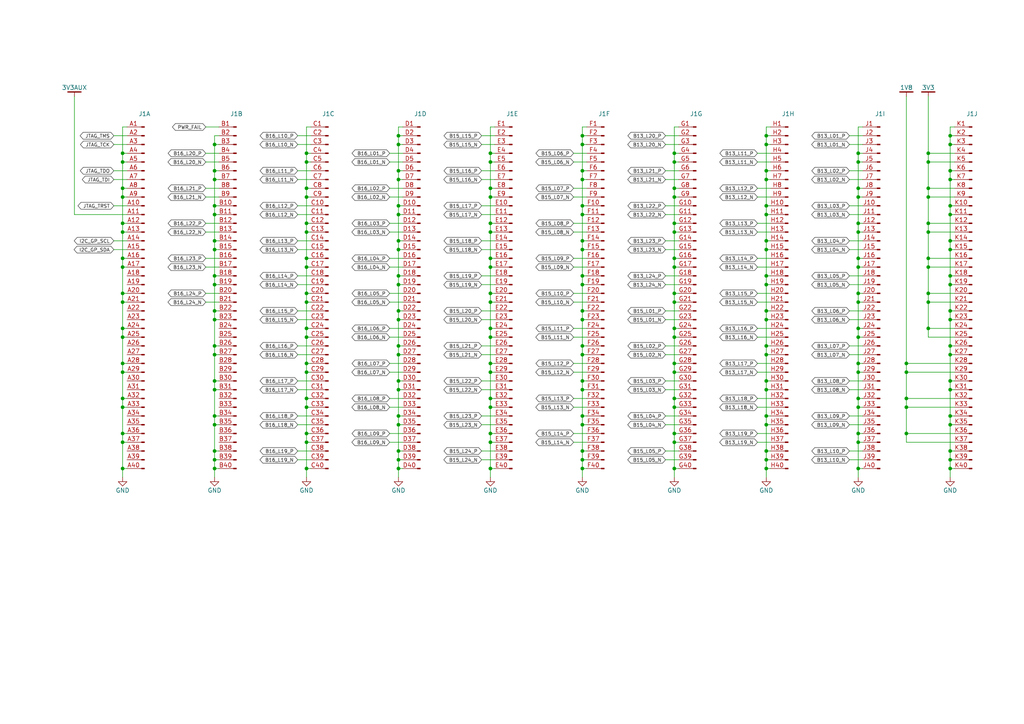
<source format=kicad_sch>
(kicad_sch (version 20230121) (generator eeschema)
  (paper "A4")
  (title_block (title "10x40 SEARAY Connector B") (date "2023-12-22") (rev "A") (company "Jordan Harris-Toovy") (comment 1 "Mainboard for Capstone Project at Oregon Tech") (comment 2 "NOT FMC (VITA 57.1) Compatible. See attached pinout"))
  (lib_symbols
    (symbol "Capstone_Library:1V8" (power) (pin_numbers hide) (pin_names (offset 0) hide) (in_bom no) (on_board no)
      (property "Value" "1V8" (at 0 1.27 0))
      (symbol "1V8_1_1"
        (pin power_in line (at 0 -1.27 90) (length 1.27) hide (name "1V8") (number "1"))
      )
    )
    (symbol "Capstone_Library:3V3" (power) (pin_numbers hide) (pin_names (offset 0) hide) (in_bom no) (on_board no)
      (property "Value" "3V3" (at 0 1.27 0))
      (symbol "3V3_1_1"
        (pin power_in line (at 0 -1.27 90) (length 1.27) hide (name "3V3") (number "1"))
      )
    )
    (symbol "Capstone_Library:3V3AUX" (power) (pin_numbers hide) (pin_names (offset 0) hide) (in_bom no) (on_board no)
      (property "Value" "3V3AUX" (at 0 1.27 0))
      (symbol "3V3AUX_1_1"
        (pin power_in line (at 0 -1.27 90) (length 1.27) hide (name "3V3AUX") (number "1"))
      )
    )
    (symbol "Connector:Samtec_ASP-134602-01" (pin_names (offset 1.016) hide)
      (property "Reference" "J" (at 0 50.8 0))
      (property "Value" "Samtec_ASP-134602-01" (at 0 -53.34 0))
      (symbol "Samtec_ASP-134602-01_1_1"
        (pin passive line (at -5.08 48.26 0) (length 3.81) (name "Pin_1") (number "A1"))
        (pin passive line (at -5.08 25.4 0) (length 3.81) (name "Pin_10") (number "A10"))
        (pin passive line (at -5.08 22.86 0) (length 3.81) (name "Pin_11") (number "A11"))
        (pin passive line (at -5.08 20.32 0) (length 3.81) (name "Pin_12") (number "A12"))
        (pin passive line (at -5.08 17.78 0) (length 3.81) (name "Pin_13") (number "A13"))
        (pin passive line (at -5.08 15.24 0) (length 3.81) (name "Pin_14") (number "A14"))
        (pin passive line (at -5.08 12.7 0) (length 3.81) (name "Pin_15") (number "A15"))
        (pin passive line (at -5.08 10.16 0) (length 3.81) (name "Pin_16") (number "A16"))
        (pin passive line (at -5.08 7.62 0) (length 3.81) (name "Pin_17") (number "A17"))
        (pin passive line (at -5.08 5.08 0) (length 3.81) (name "Pin_18") (number "A18"))
        (pin passive line (at -5.08 2.54 0) (length 3.81) (name "Pin_19") (number "A19"))
        (pin passive line (at -5.08 45.72 0) (length 3.81) (name "Pin_2") (number "A2"))
        (pin passive line (at -5.08 0 0) (length 3.81) (name "Pin_20") (number "A20"))
        (pin passive line (at -5.08 -2.54 0) (length 3.81) (name "Pin_21") (number "A21"))
        (pin passive line (at -5.08 -5.08 0) (length 3.81) (name "Pin_22") (number "A22"))
        (pin passive line (at -5.08 -7.62 0) (length 3.81) (name "Pin_23") (number "A23"))
        (pin passive line (at -5.08 -10.16 0) (length 3.81) (name "Pin_24") (number "A24"))
        (pin passive line (at -5.08 -12.7 0) (length 3.81) (name "Pin_25") (number "A25"))
        (pin passive line (at -5.08 -15.24 0) (length 3.81) (name "Pin_26") (number "A26"))
        (pin passive line (at -5.08 -17.78 0) (length 3.81) (name "Pin_27") (number "A27"))
        (pin passive line (at -5.08 -20.32 0) (length 3.81) (name "Pin_28") (number "A28"))
        (pin passive line (at -5.08 -22.86 0) (length 3.81) (name "Pin_29") (number "A29"))
        (pin passive line (at -5.08 43.18 0) (length 3.81) (name "Pin_3") (number "A3"))
        (pin passive line (at -5.08 -25.4 0) (length 3.81) (name "Pin_30") (number "A30"))
        (pin passive line (at -5.08 -27.94 0) (length 3.81) (name "Pin_31") (number "A31"))
        (pin passive line (at -5.08 -30.48 0) (length 3.81) (name "Pin_32") (number "A32"))
        (pin passive line (at -5.08 -33.02 0) (length 3.81) (name "Pin_33") (number "A33"))
        (pin passive line (at -5.08 -35.56 0) (length 3.81) (name "Pin_34") (number "A34"))
        (pin passive line (at -5.08 -38.1 0) (length 3.81) (name "Pin_35") (number "A35"))
        (pin passive line (at -5.08 -40.64 0) (length 3.81) (name "Pin_36") (number "A36"))
        (pin passive line (at -5.08 -43.18 0) (length 3.81) (name "Pin_37") (number "A37"))
        (pin passive line (at -5.08 -45.72 0) (length 3.81) (name "Pin_38") (number "A38"))
        (pin passive line (at -5.08 -48.26 0) (length 3.81) (name "Pin_39") (number "A39"))
        (pin passive line (at -5.08 40.64 0) (length 3.81) (name "Pin_4") (number "A4"))
        (pin passive line (at -5.08 -50.8 0) (length 3.81) (name "Pin_40") (number "A40"))
        (pin passive line (at -5.08 38.1 0) (length 3.81) (name "Pin_5") (number "A5"))
        (pin passive line (at -5.08 35.56 0) (length 3.81) (name "Pin_6") (number "A6"))
        (pin passive line (at -5.08 33.02 0) (length 3.81) (name "Pin_7") (number "A7"))
        (pin passive line (at -5.08 30.48 0) (length 3.81) (name "Pin_8") (number "A8"))
        (pin passive line (at -5.08 27.94 0) (length 3.81) (name "Pin_9") (number "A9"))
      )
      (symbol "Samtec_ASP-134602-01_2_1"
        (pin passive line (at -5.08 48.26 0) (length 3.81) (name "Pin_1") (number "B1"))
        (pin passive line (at -5.08 25.4 0) (length 3.81) (name "Pin_10") (number "B10"))
        (pin passive line (at -5.08 22.86 0) (length 3.81) (name "Pin_11") (number "B11"))
        (pin passive line (at -5.08 20.32 0) (length 3.81) (name "Pin_12") (number "B12"))
        (pin passive line (at -5.08 17.78 0) (length 3.81) (name "Pin_13") (number "B13"))
        (pin passive line (at -5.08 15.24 0) (length 3.81) (name "Pin_14") (number "B14"))
        (pin passive line (at -5.08 12.7 0) (length 3.81) (name "Pin_15") (number "B15"))
        (pin passive line (at -5.08 10.16 0) (length 3.81) (name "Pin_16") (number "B16"))
        (pin passive line (at -5.08 7.62 0) (length 3.81) (name "Pin_17") (number "B17"))
        (pin passive line (at -5.08 5.08 0) (length 3.81) (name "Pin_18") (number "B18"))
        (pin passive line (at -5.08 2.54 0) (length 3.81) (name "Pin_19") (number "B19"))
        (pin passive line (at -5.08 45.72 0) (length 3.81) (name "Pin_2") (number "B2"))
        (pin passive line (at -5.08 0 0) (length 3.81) (name "Pin_20") (number "B20"))
        (pin passive line (at -5.08 -2.54 0) (length 3.81) (name "Pin_21") (number "B21"))
        (pin passive line (at -5.08 -5.08 0) (length 3.81) (name "Pin_22") (number "B22"))
        (pin passive line (at -5.08 -7.62 0) (length 3.81) (name "Pin_23") (number "B23"))
        (pin passive line (at -5.08 -10.16 0) (length 3.81) (name "Pin_24") (number "B24"))
        (pin passive line (at -5.08 -12.7 0) (length 3.81) (name "Pin_25") (number "B25"))
        (pin passive line (at -5.08 -15.24 0) (length 3.81) (name "Pin_26") (number "B26"))
        (pin passive line (at -5.08 -17.78 0) (length 3.81) (name "Pin_27") (number "B27"))
        (pin passive line (at -5.08 -20.32 0) (length 3.81) (name "Pin_28") (number "B28"))
        (pin passive line (at -5.08 -22.86 0) (length 3.81) (name "Pin_29") (number "B29"))
        (pin passive line (at -5.08 43.18 0) (length 3.81) (name "Pin_3") (number "B3"))
        (pin passive line (at -5.08 -25.4 0) (length 3.81) (name "Pin_30") (number "B30"))
        (pin passive line (at -5.08 -27.94 0) (length 3.81) (name "Pin_31") (number "B31"))
        (pin passive line (at -5.08 -30.48 0) (length 3.81) (name "Pin_32") (number "B32"))
        (pin passive line (at -5.08 -33.02 0) (length 3.81) (name "Pin_33") (number "B33"))
        (pin passive line (at -5.08 -35.56 0) (length 3.81) (name "Pin_34") (number "B34"))
        (pin passive line (at -5.08 -38.1 0) (length 3.81) (name "Pin_35") (number "B35"))
        (pin passive line (at -5.08 -40.64 0) (length 3.81) (name "Pin_36") (number "B36"))
        (pin passive line (at -5.08 -43.18 0) (length 3.81) (name "Pin_37") (number "B37"))
        (pin passive line (at -5.08 -45.72 0) (length 3.81) (name "Pin_38") (number "B38"))
        (pin passive line (at -5.08 -48.26 0) (length 3.81) (name "Pin_39") (number "B39"))
        (pin passive line (at -5.08 40.64 0) (length 3.81) (name "Pin_4") (number "B4"))
        (pin passive line (at -5.08 -50.8 0) (length 3.81) (name "Pin_40") (number "B40"))
        (pin passive line (at -5.08 38.1 0) (length 3.81) (name "Pin_5") (number "B5"))
        (pin passive line (at -5.08 35.56 0) (length 3.81) (name "Pin_6") (number "B6"))
        (pin passive line (at -5.08 33.02 0) (length 3.81) (name "Pin_7") (number "B7"))
        (pin passive line (at -5.08 30.48 0) (length 3.81) (name "Pin_8") (number "B8"))
        (pin passive line (at -5.08 27.94 0) (length 3.81) (name "Pin_9") (number "B9"))
      )
      (symbol "Samtec_ASP-134602-01_3_1"
        (pin passive line (at -5.08 48.26 0) (length 3.81) (name "Pin_1") (number "C1"))
        (pin passive line (at -5.08 25.4 0) (length 3.81) (name "Pin_10") (number "C10"))
        (pin passive line (at -5.08 22.86 0) (length 3.81) (name "Pin_11") (number "C11"))
        (pin passive line (at -5.08 20.32 0) (length 3.81) (name "Pin_12") (number "C12"))
        (pin passive line (at -5.08 17.78 0) (length 3.81) (name "Pin_13") (number "C13"))
        (pin passive line (at -5.08 15.24 0) (length 3.81) (name "Pin_14") (number "C14"))
        (pin passive line (at -5.08 12.7 0) (length 3.81) (name "Pin_15") (number "C15"))
        (pin passive line (at -5.08 10.16 0) (length 3.81) (name "Pin_16") (number "C16"))
        (pin passive line (at -5.08 7.62 0) (length 3.81) (name "Pin_17") (number "C17"))
        (pin passive line (at -5.08 5.08 0) (length 3.81) (name "Pin_18") (number "C18"))
        (pin passive line (at -5.08 2.54 0) (length 3.81) (name "Pin_19") (number "C19"))
        (pin passive line (at -5.08 45.72 0) (length 3.81) (name "Pin_2") (number "C2"))
        (pin passive line (at -5.08 0 0) (length 3.81) (name "Pin_20") (number "C20"))
        (pin passive line (at -5.08 -2.54 0) (length 3.81) (name "Pin_21") (number "C21"))
        (pin passive line (at -5.08 -5.08 0) (length 3.81) (name "Pin_22") (number "C22"))
        (pin passive line (at -5.08 -7.62 0) (length 3.81) (name "Pin_23") (number "C23"))
        (pin passive line (at -5.08 -10.16 0) (length 3.81) (name "Pin_24") (number "C24"))
        (pin passive line (at -5.08 -12.7 0) (length 3.81) (name "Pin_25") (number "C25"))
        (pin passive line (at -5.08 -15.24 0) (length 3.81) (name "Pin_26") (number "C26"))
        (pin passive line (at -5.08 -17.78 0) (length 3.81) (name "Pin_27") (number "C27"))
        (pin passive line (at -5.08 -20.32 0) (length 3.81) (name "Pin_28") (number "C28"))
        (pin passive line (at -5.08 -22.86 0) (length 3.81) (name "Pin_29") (number "C29"))
        (pin passive line (at -5.08 43.18 0) (length 3.81) (name "Pin_3") (number "C3"))
        (pin passive line (at -5.08 -25.4 0) (length 3.81) (name "Pin_30") (number "C30"))
        (pin passive line (at -5.08 -27.94 0) (length 3.81) (name "Pin_31") (number "C31"))
        (pin passive line (at -5.08 -30.48 0) (length 3.81) (name "Pin_32") (number "C32"))
        (pin passive line (at -5.08 -33.02 0) (length 3.81) (name "Pin_33") (number "C33"))
        (pin passive line (at -5.08 -35.56 0) (length 3.81) (name "Pin_34") (number "C34"))
        (pin passive line (at -5.08 -38.1 0) (length 3.81) (name "Pin_35") (number "C35"))
        (pin passive line (at -5.08 -40.64 0) (length 3.81) (name "Pin_36") (number "C36"))
        (pin passive line (at -5.08 -43.18 0) (length 3.81) (name "Pin_37") (number "C37"))
        (pin passive line (at -5.08 -45.72 0) (length 3.81) (name "Pin_38") (number "C38"))
        (pin passive line (at -5.08 -48.26 0) (length 3.81) (name "Pin_39") (number "C39"))
        (pin passive line (at -5.08 40.64 0) (length 3.81) (name "Pin_4") (number "C4"))
        (pin passive line (at -5.08 -50.8 0) (length 3.81) (name "Pin_40") (number "C40"))
        (pin passive line (at -5.08 38.1 0) (length 3.81) (name "Pin_5") (number "C5"))
        (pin passive line (at -5.08 35.56 0) (length 3.81) (name "Pin_6") (number "C6"))
        (pin passive line (at -5.08 33.02 0) (length 3.81) (name "Pin_7") (number "C7"))
        (pin passive line (at -5.08 30.48 0) (length 3.81) (name "Pin_8") (number "C8"))
        (pin passive line (at -5.08 27.94 0) (length 3.81) (name "Pin_9") (number "C9"))
      )
      (symbol "Samtec_ASP-134602-01_4_1"
        (pin passive line (at -5.08 48.26 0) (length 3.81) (name "Pin_1") (number "D1"))
        (pin passive line (at -5.08 25.4 0) (length 3.81) (name "Pin_10") (number "D10"))
        (pin passive line (at -5.08 22.86 0) (length 3.81) (name "Pin_11") (number "D11"))
        (pin passive line (at -5.08 20.32 0) (length 3.81) (name "Pin_12") (number "D12"))
        (pin passive line (at -5.08 17.78 0) (length 3.81) (name "Pin_13") (number "D13"))
        (pin passive line (at -5.08 15.24 0) (length 3.81) (name "Pin_14") (number "D14"))
        (pin passive line (at -5.08 12.7 0) (length 3.81) (name "Pin_15") (number "D15"))
        (pin passive line (at -5.08 10.16 0) (length 3.81) (name "Pin_16") (number "D16"))
        (pin passive line (at -5.08 7.62 0) (length 3.81) (name "Pin_17") (number "D17"))
        (pin passive line (at -5.08 5.08 0) (length 3.81) (name "Pin_18") (number "D18"))
        (pin passive line (at -5.08 2.54 0) (length 3.81) (name "Pin_19") (number "D19"))
        (pin passive line (at -5.08 45.72 0) (length 3.81) (name "Pin_2") (number "D2"))
        (pin passive line (at -5.08 0 0) (length 3.81) (name "Pin_20") (number "D20"))
        (pin passive line (at -5.08 -2.54 0) (length 3.81) (name "Pin_21") (number "D21"))
        (pin passive line (at -5.08 -5.08 0) (length 3.81) (name "Pin_22") (number "D22"))
        (pin passive line (at -5.08 -7.62 0) (length 3.81) (name "Pin_23") (number "D23"))
        (pin passive line (at -5.08 -10.16 0) (length 3.81) (name "Pin_24") (number "D24"))
        (pin passive line (at -5.08 -12.7 0) (length 3.81) (name "Pin_25") (number "D25"))
        (pin passive line (at -5.08 -15.24 0) (length 3.81) (name "Pin_26") (number "D26"))
        (pin passive line (at -5.08 -17.78 0) (length 3.81) (name "Pin_27") (number "D27"))
        (pin passive line (at -5.08 -20.32 0) (length 3.81) (name "Pin_28") (number "D28"))
        (pin passive line (at -5.08 -22.86 0) (length 3.81) (name "Pin_29") (number "D29"))
        (pin passive line (at -5.08 43.18 0) (length 3.81) (name "Pin_3") (number "D3"))
        (pin passive line (at -5.08 -25.4 0) (length 3.81) (name "Pin_30") (number "D30"))
        (pin passive line (at -5.08 -27.94 0) (length 3.81) (name "Pin_31") (number "D31"))
        (pin passive line (at -5.08 -30.48 0) (length 3.81) (name "Pin_32") (number "D32"))
        (pin passive line (at -5.08 -33.02 0) (length 3.81) (name "Pin_33") (number "D33"))
        (pin passive line (at -5.08 -35.56 0) (length 3.81) (name "Pin_34") (number "D34"))
        (pin passive line (at -5.08 -38.1 0) (length 3.81) (name "Pin_35") (number "D35"))
        (pin passive line (at -5.08 -40.64 0) (length 3.81) (name "Pin_36") (number "D36"))
        (pin passive line (at -5.08 -43.18 0) (length 3.81) (name "Pin_37") (number "D37"))
        (pin passive line (at -5.08 -45.72 0) (length 3.81) (name "Pin_38") (number "D38"))
        (pin passive line (at -5.08 -48.26 0) (length 3.81) (name "Pin_39") (number "D39"))
        (pin passive line (at -5.08 40.64 0) (length 3.81) (name "Pin_4") (number "D4"))
        (pin passive line (at -5.08 -50.8 0) (length 3.81) (name "Pin_40") (number "D40"))
        (pin passive line (at -5.08 38.1 0) (length 3.81) (name "Pin_5") (number "D5"))
        (pin passive line (at -5.08 35.56 0) (length 3.81) (name "Pin_6") (number "D6"))
        (pin passive line (at -5.08 33.02 0) (length 3.81) (name "Pin_7") (number "D7"))
        (pin passive line (at -5.08 30.48 0) (length 3.81) (name "Pin_8") (number "D8"))
        (pin passive line (at -5.08 27.94 0) (length 3.81) (name "Pin_9") (number "D9"))
      )
      (symbol "Samtec_ASP-134602-01_5_1"
        (pin passive line (at -5.08 48.26 0) (length 3.81) (name "Pin_1") (number "E1"))
        (pin passive line (at -5.08 25.4 0) (length 3.81) (name "Pin_10") (number "E10"))
        (pin passive line (at -5.08 22.86 0) (length 3.81) (name "Pin_11") (number "E11"))
        (pin passive line (at -5.08 20.32 0) (length 3.81) (name "Pin_12") (number "E12"))
        (pin passive line (at -5.08 17.78 0) (length 3.81) (name "Pin_13") (number "E13"))
        (pin passive line (at -5.08 15.24 0) (length 3.81) (name "Pin_14") (number "E14"))
        (pin passive line (at -5.08 12.7 0) (length 3.81) (name "Pin_15") (number "E15"))
        (pin passive line (at -5.08 10.16 0) (length 3.81) (name "Pin_16") (number "E16"))
        (pin passive line (at -5.08 7.62 0) (length 3.81) (name "Pin_17") (number "E17"))
        (pin passive line (at -5.08 5.08 0) (length 3.81) (name "Pin_18") (number "E18"))
        (pin passive line (at -5.08 2.54 0) (length 3.81) (name "Pin_19") (number "E19"))
        (pin passive line (at -5.08 45.72 0) (length 3.81) (name "Pin_2") (number "E2"))
        (pin passive line (at -5.08 0 0) (length 3.81) (name "Pin_20") (number "E20"))
        (pin passive line (at -5.08 -2.54 0) (length 3.81) (name "Pin_21") (number "E21"))
        (pin passive line (at -5.08 -5.08 0) (length 3.81) (name "Pin_22") (number "E22"))
        (pin passive line (at -5.08 -7.62 0) (length 3.81) (name "Pin_23") (number "E23"))
        (pin passive line (at -5.08 -10.16 0) (length 3.81) (name "Pin_24") (number "E24"))
        (pin passive line (at -5.08 -12.7 0) (length 3.81) (name "Pin_25") (number "E25"))
        (pin passive line (at -5.08 -15.24 0) (length 3.81) (name "Pin_26") (number "E26"))
        (pin passive line (at -5.08 -17.78 0) (length 3.81) (name "Pin_27") (number "E27"))
        (pin passive line (at -5.08 -20.32 0) (length 3.81) (name "Pin_28") (number "E28"))
        (pin passive line (at -5.08 -22.86 0) (length 3.81) (name "Pin_29") (number "E29"))
        (pin passive line (at -5.08 43.18 0) (length 3.81) (name "Pin_3") (number "E3"))
        (pin passive line (at -5.08 -25.4 0) (length 3.81) (name "Pin_30") (number "E30"))
        (pin passive line (at -5.08 -27.94 0) (length 3.81) (name "Pin_31") (number "E31"))
        (pin passive line (at -5.08 -30.48 0) (length 3.81) (name "Pin_32") (number "E32"))
        (pin passive line (at -5.08 -33.02 0) (length 3.81) (name "Pin_33") (number "E33"))
        (pin passive line (at -5.08 -35.56 0) (length 3.81) (name "Pin_34") (number "E34"))
        (pin passive line (at -5.08 -38.1 0) (length 3.81) (name "Pin_35") (number "E35"))
        (pin passive line (at -5.08 -40.64 0) (length 3.81) (name "Pin_36") (number "E36"))
        (pin passive line (at -5.08 -43.18 0) (length 3.81) (name "Pin_37") (number "E37"))
        (pin passive line (at -5.08 -45.72 0) (length 3.81) (name "Pin_38") (number "E38"))
        (pin passive line (at -5.08 -48.26 0) (length 3.81) (name "Pin_39") (number "E39"))
        (pin passive line (at -5.08 40.64 0) (length 3.81) (name "Pin_4") (number "E4"))
        (pin passive line (at -5.08 -50.8 0) (length 3.81) (name "Pin_40") (number "E40"))
        (pin passive line (at -5.08 38.1 0) (length 3.81) (name "Pin_5") (number "E5"))
        (pin passive line (at -5.08 35.56 0) (length 3.81) (name "Pin_6") (number "E6"))
        (pin passive line (at -5.08 33.02 0) (length 3.81) (name "Pin_7") (number "E7"))
        (pin passive line (at -5.08 30.48 0) (length 3.81) (name "Pin_8") (number "E8"))
        (pin passive line (at -5.08 27.94 0) (length 3.81) (name "Pin_9") (number "E9"))
      )
      (symbol "Samtec_ASP-134602-01_6_1"
        (pin passive line (at -5.08 48.26 0) (length 3.81) (name "Pin_1") (number "F1"))
        (pin passive line (at -5.08 25.4 0) (length 3.81) (name "Pin_10") (number "F10"))
        (pin passive line (at -5.08 22.86 0) (length 3.81) (name "Pin_11") (number "F11"))
        (pin passive line (at -5.08 20.32 0) (length 3.81) (name "Pin_12") (number "F12"))
        (pin passive line (at -5.08 17.78 0) (length 3.81) (name "Pin_13") (number "F13"))
        (pin passive line (at -5.08 15.24 0) (length 3.81) (name "Pin_14") (number "F14"))
        (pin passive line (at -5.08 12.7 0) (length 3.81) (name "Pin_15") (number "F15"))
        (pin passive line (at -5.08 10.16 0) (length 3.81) (name "Pin_16") (number "F16"))
        (pin passive line (at -5.08 7.62 0) (length 3.81) (name "Pin_17") (number "F17"))
        (pin passive line (at -5.08 5.08 0) (length 3.81) (name "Pin_18") (number "F18"))
        (pin passive line (at -5.08 2.54 0) (length 3.81) (name "Pin_19") (number "F19"))
        (pin passive line (at -5.08 45.72 0) (length 3.81) (name "Pin_2") (number "F2"))
        (pin passive line (at -5.08 0 0) (length 3.81) (name "Pin_20") (number "F20"))
        (pin passive line (at -5.08 -2.54 0) (length 3.81) (name "Pin_21") (number "F21"))
        (pin passive line (at -5.08 -5.08 0) (length 3.81) (name "Pin_22") (number "F22"))
        (pin passive line (at -5.08 -7.62 0) (length 3.81) (name "Pin_23") (number "F23"))
        (pin passive line (at -5.08 -10.16 0) (length 3.81) (name "Pin_24") (number "F24"))
        (pin passive line (at -5.08 -12.7 0) (length 3.81) (name "Pin_25") (number "F25"))
        (pin passive line (at -5.08 -15.24 0) (length 3.81) (name "Pin_26") (number "F26"))
        (pin passive line (at -5.08 -17.78 0) (length 3.81) (name "Pin_27") (number "F27"))
        (pin passive line (at -5.08 -20.32 0) (length 3.81) (name "Pin_28") (number "F28"))
        (pin passive line (at -5.08 -22.86 0) (length 3.81) (name "Pin_29") (number "F29"))
        (pin passive line (at -5.08 43.18 0) (length 3.81) (name "Pin_3") (number "F3"))
        (pin passive line (at -5.08 -25.4 0) (length 3.81) (name "Pin_30") (number "F30"))
        (pin passive line (at -5.08 -27.94 0) (length 3.81) (name "Pin_31") (number "F31"))
        (pin passive line (at -5.08 -30.48 0) (length 3.81) (name "Pin_32") (number "F32"))
        (pin passive line (at -5.08 -33.02 0) (length 3.81) (name "Pin_33") (number "F33"))
        (pin passive line (at -5.08 -35.56 0) (length 3.81) (name "Pin_34") (number "F34"))
        (pin passive line (at -5.08 -38.1 0) (length 3.81) (name "Pin_35") (number "F35"))
        (pin passive line (at -5.08 -40.64 0) (length 3.81) (name "Pin_36") (number "F36"))
        (pin passive line (at -5.08 -43.18 0) (length 3.81) (name "Pin_37") (number "F37"))
        (pin passive line (at -5.08 -45.72 0) (length 3.81) (name "Pin_38") (number "F38"))
        (pin passive line (at -5.08 -48.26 0) (length 3.81) (name "Pin_39") (number "F39"))
        (pin passive line (at -5.08 40.64 0) (length 3.81) (name "Pin_4") (number "F4"))
        (pin passive line (at -5.08 -50.8 0) (length 3.81) (name "Pin_40") (number "F40"))
        (pin passive line (at -5.08 38.1 0) (length 3.81) (name "Pin_5") (number "F5"))
        (pin passive line (at -5.08 35.56 0) (length 3.81) (name "Pin_6") (number "F6"))
        (pin passive line (at -5.08 33.02 0) (length 3.81) (name "Pin_7") (number "F7"))
        (pin passive line (at -5.08 30.48 0) (length 3.81) (name "Pin_8") (number "F8"))
        (pin passive line (at -5.08 27.94 0) (length 3.81) (name "Pin_9") (number "F9"))
      )
      (symbol "Samtec_ASP-134602-01_7_1"
        (pin passive line (at -5.08 48.26 0) (length 3.81) (name "Pin_1") (number "G1"))
        (pin passive line (at -5.08 25.4 0) (length 3.81) (name "Pin_10") (number "G10"))
        (pin passive line (at -5.08 22.86 0) (length 3.81) (name "Pin_11") (number "G11"))
        (pin passive line (at -5.08 20.32 0) (length 3.81) (name "Pin_12") (number "G12"))
        (pin passive line (at -5.08 17.78 0) (length 3.81) (name "Pin_13") (number "G13"))
        (pin passive line (at -5.08 15.24 0) (length 3.81) (name "Pin_14") (number "G14"))
        (pin passive line (at -5.08 12.7 0) (length 3.81) (name "Pin_15") (number "G15"))
        (pin passive line (at -5.08 10.16 0) (length 3.81) (name "Pin_16") (number "G16"))
        (pin passive line (at -5.08 7.62 0) (length 3.81) (name "Pin_17") (number "G17"))
        (pin passive line (at -5.08 5.08 0) (length 3.81) (name "Pin_18") (number "G18"))
        (pin passive line (at -5.08 2.54 0) (length 3.81) (name "Pin_19") (number "G19"))
        (pin passive line (at -5.08 45.72 0) (length 3.81) (name "Pin_2") (number "G2"))
        (pin passive line (at -5.08 0 0) (length 3.81) (name "Pin_20") (number "G20"))
        (pin passive line (at -5.08 -2.54 0) (length 3.81) (name "Pin_21") (number "G21"))
        (pin passive line (at -5.08 -5.08 0) (length 3.81) (name "Pin_22") (number "G22"))
        (pin passive line (at -5.08 -7.62 0) (length 3.81) (name "Pin_23") (number "G23"))
        (pin passive line (at -5.08 -10.16 0) (length 3.81) (name "Pin_24") (number "G24"))
        (pin passive line (at -5.08 -12.7 0) (length 3.81) (name "Pin_25") (number "G25"))
        (pin passive line (at -5.08 -15.24 0) (length 3.81) (name "Pin_26") (number "G26"))
        (pin passive line (at -5.08 -17.78 0) (length 3.81) (name "Pin_27") (number "G27"))
        (pin passive line (at -5.08 -20.32 0) (length 3.81) (name "Pin_28") (number "G28"))
        (pin passive line (at -5.08 -22.86 0) (length 3.81) (name "Pin_29") (number "G29"))
        (pin passive line (at -5.08 43.18 0) (length 3.81) (name "Pin_3") (number "G3"))
        (pin passive line (at -5.08 -25.4 0) (length 3.81) (name "Pin_30") (number "G30"))
        (pin passive line (at -5.08 -27.94 0) (length 3.81) (name "Pin_31") (number "G31"))
        (pin passive line (at -5.08 -30.48 0) (length 3.81) (name "Pin_32") (number "G32"))
        (pin passive line (at -5.08 -33.02 0) (length 3.81) (name "Pin_33") (number "G33"))
        (pin passive line (at -5.08 -35.56 0) (length 3.81) (name "Pin_34") (number "G34"))
        (pin passive line (at -5.08 -38.1 0) (length 3.81) (name "Pin_35") (number "G35"))
        (pin passive line (at -5.08 -40.64 0) (length 3.81) (name "Pin_36") (number "G36"))
        (pin passive line (at -5.08 -43.18 0) (length 3.81) (name "Pin_37") (number "G37"))
        (pin passive line (at -5.08 -45.72 0) (length 3.81) (name "Pin_38") (number "G38"))
        (pin passive line (at -5.08 -48.26 0) (length 3.81) (name "Pin_39") (number "G39"))
        (pin passive line (at -5.08 40.64 0) (length 3.81) (name "Pin_4") (number "G4"))
        (pin passive line (at -5.08 -50.8 0) (length 3.81) (name "Pin_40") (number "G40"))
        (pin passive line (at -5.08 38.1 0) (length 3.81) (name "Pin_5") (number "G5"))
        (pin passive line (at -5.08 35.56 0) (length 3.81) (name "Pin_6") (number "G6"))
        (pin passive line (at -5.08 33.02 0) (length 3.81) (name "Pin_7") (number "G7"))
        (pin passive line (at -5.08 30.48 0) (length 3.81) (name "Pin_8") (number "G8"))
        (pin passive line (at -5.08 27.94 0) (length 3.81) (name "Pin_9") (number "G9"))
      )
      (symbol "Samtec_ASP-134602-01_8_1"
        (pin passive line (at -5.08 48.26 0) (length 3.81) (name "Pin_1") (number "H1"))
        (pin passive line (at -5.08 25.4 0) (length 3.81) (name "Pin_10") (number "H10"))
        (pin passive line (at -5.08 22.86 0) (length 3.81) (name "Pin_11") (number "H11"))
        (pin passive line (at -5.08 20.32 0) (length 3.81) (name "Pin_12") (number "H12"))
        (pin passive line (at -5.08 17.78 0) (length 3.81) (name "Pin_13") (number "H13"))
        (pin passive line (at -5.08 15.24 0) (length 3.81) (name "Pin_14") (number "H14"))
        (pin passive line (at -5.08 12.7 0) (length 3.81) (name "Pin_15") (number "H15"))
        (pin passive line (at -5.08 10.16 0) (length 3.81) (name "Pin_16") (number "H16"))
        (pin passive line (at -5.08 7.62 0) (length 3.81) (name "Pin_17") (number "H17"))
        (pin passive line (at -5.08 5.08 0) (length 3.81) (name "Pin_18") (number "H18"))
        (pin passive line (at -5.08 2.54 0) (length 3.81) (name "Pin_19") (number "H19"))
        (pin passive line (at -5.08 45.72 0) (length 3.81) (name "Pin_2") (number "H2"))
        (pin passive line (at -5.08 0 0) (length 3.81) (name "Pin_20") (number "H20"))
        (pin passive line (at -5.08 -2.54 0) (length 3.81) (name "Pin_21") (number "H21"))
        (pin passive line (at -5.08 -5.08 0) (length 3.81) (name "Pin_22") (number "H22"))
        (pin passive line (at -5.08 -7.62 0) (length 3.81) (name "Pin_23") (number "H23"))
        (pin passive line (at -5.08 -10.16 0) (length 3.81) (name "Pin_24") (number "H24"))
        (pin passive line (at -5.08 -12.7 0) (length 3.81) (name "Pin_25") (number "H25"))
        (pin passive line (at -5.08 -15.24 0) (length 3.81) (name "Pin_26") (number "H26"))
        (pin passive line (at -5.08 -17.78 0) (length 3.81) (name "Pin_27") (number "H27"))
        (pin passive line (at -5.08 -20.32 0) (length 3.81) (name "Pin_28") (number "H28"))
        (pin passive line (at -5.08 -22.86 0) (length 3.81) (name "Pin_29") (number "H29"))
        (pin passive line (at -5.08 43.18 0) (length 3.81) (name "Pin_3") (number "H3"))
        (pin passive line (at -5.08 -25.4 0) (length 3.81) (name "Pin_30") (number "H30"))
        (pin passive line (at -5.08 -27.94 0) (length 3.81) (name "Pin_31") (number "H31"))
        (pin passive line (at -5.08 -30.48 0) (length 3.81) (name "Pin_32") (number "H32"))
        (pin passive line (at -5.08 -33.02 0) (length 3.81) (name "Pin_33") (number "H33"))
        (pin passive line (at -5.08 -35.56 0) (length 3.81) (name "Pin_34") (number "H34"))
        (pin passive line (at -5.08 -38.1 0) (length 3.81) (name "Pin_35") (number "H35"))
        (pin passive line (at -5.08 -40.64 0) (length 3.81) (name "Pin_36") (number "H36"))
        (pin passive line (at -5.08 -43.18 0) (length 3.81) (name "Pin_37") (number "H37"))
        (pin passive line (at -5.08 -45.72 0) (length 3.81) (name "Pin_38") (number "H38"))
        (pin passive line (at -5.08 -48.26 0) (length 3.81) (name "Pin_39") (number "H39"))
        (pin passive line (at -5.08 40.64 0) (length 3.81) (name "Pin_4") (number "H4"))
        (pin passive line (at -5.08 -50.8 0) (length 3.81) (name "Pin_40") (number "H40"))
        (pin passive line (at -5.08 38.1 0) (length 3.81) (name "Pin_5") (number "H5"))
        (pin passive line (at -5.08 35.56 0) (length 3.81) (name "Pin_6") (number "H6"))
        (pin passive line (at -5.08 33.02 0) (length 3.81) (name "Pin_7") (number "H7"))
        (pin passive line (at -5.08 30.48 0) (length 3.81) (name "Pin_8") (number "H8"))
        (pin passive line (at -5.08 27.94 0) (length 3.81) (name "Pin_9") (number "H9"))
      )
      (symbol "Samtec_ASP-134602-01_9_1"
        (pin passive line (at -5.08 48.26 0) (length 3.81) (name "Pin_1") (number "J1"))
        (pin passive line (at -5.08 25.4 0) (length 3.81) (name "Pin_10") (number "J10"))
        (pin passive line (at -5.08 22.86 0) (length 3.81) (name "Pin_11") (number "J11"))
        (pin passive line (at -5.08 20.32 0) (length 3.81) (name "Pin_12") (number "J12"))
        (pin passive line (at -5.08 17.78 0) (length 3.81) (name "Pin_13") (number "J13"))
        (pin passive line (at -5.08 15.24 0) (length 3.81) (name "Pin_14") (number "J14"))
        (pin passive line (at -5.08 12.7 0) (length 3.81) (name "Pin_15") (number "J15"))
        (pin passive line (at -5.08 10.16 0) (length 3.81) (name "Pin_16") (number "J16"))
        (pin passive line (at -5.08 7.62 0) (length 3.81) (name "Pin_17") (number "J17"))
        (pin passive line (at -5.08 5.08 0) (length 3.81) (name "Pin_18") (number "J18"))
        (pin passive line (at -5.08 2.54 0) (length 3.81) (name "Pin_19") (number "J19"))
        (pin passive line (at -5.08 45.72 0) (length 3.81) (name "Pin_2") (number "J2"))
        (pin passive line (at -5.08 0 0) (length 3.81) (name "Pin_20") (number "J20"))
        (pin passive line (at -5.08 -2.54 0) (length 3.81) (name "Pin_21") (number "J21"))
        (pin passive line (at -5.08 -5.08 0) (length 3.81) (name "Pin_22") (number "J22"))
        (pin passive line (at -5.08 -7.62 0) (length 3.81) (name "Pin_23") (number "J23"))
        (pin passive line (at -5.08 -10.16 0) (length 3.81) (name "Pin_24") (number "J24"))
        (pin passive line (at -5.08 -12.7 0) (length 3.81) (name "Pin_25") (number "J25"))
        (pin passive line (at -5.08 -15.24 0) (length 3.81) (name "Pin_26") (number "J26"))
        (pin passive line (at -5.08 -17.78 0) (length 3.81) (name "Pin_27") (number "J27"))
        (pin passive line (at -5.08 -20.32 0) (length 3.81) (name "Pin_28") (number "J28"))
        (pin passive line (at -5.08 -22.86 0) (length 3.81) (name "Pin_29") (number "J29"))
        (pin passive line (at -5.08 43.18 0) (length 3.81) (name "Pin_3") (number "J3"))
        (pin passive line (at -5.08 -25.4 0) (length 3.81) (name "Pin_30") (number "J30"))
        (pin passive line (at -5.08 -27.94 0) (length 3.81) (name "Pin_31") (number "J31"))
        (pin passive line (at -5.08 -30.48 0) (length 3.81) (name "Pin_32") (number "J32"))
        (pin passive line (at -5.08 -33.02 0) (length 3.81) (name "Pin_33") (number "J33"))
        (pin passive line (at -5.08 -35.56 0) (length 3.81) (name "Pin_34") (number "J34"))
        (pin passive line (at -5.08 -38.1 0) (length 3.81) (name "Pin_35") (number "J35"))
        (pin passive line (at -5.08 -40.64 0) (length 3.81) (name "Pin_36") (number "J36"))
        (pin passive line (at -5.08 -43.18 0) (length 3.81) (name "Pin_37") (number "J37"))
        (pin passive line (at -5.08 -45.72 0) (length 3.81) (name "Pin_38") (number "J38"))
        (pin passive line (at -5.08 -48.26 0) (length 3.81) (name "Pin_39") (number "J39"))
        (pin passive line (at -5.08 40.64 0) (length 3.81) (name "Pin_4") (number "J4"))
        (pin passive line (at -5.08 -50.8 0) (length 3.81) (name "Pin_40") (number "J40"))
        (pin passive line (at -5.08 38.1 0) (length 3.81) (name "Pin_5") (number "J5"))
        (pin passive line (at -5.08 35.56 0) (length 3.81) (name "Pin_6") (number "J6"))
        (pin passive line (at -5.08 33.02 0) (length 3.81) (name "Pin_7") (number "J7"))
        (pin passive line (at -5.08 30.48 0) (length 3.81) (name "Pin_8") (number "J8"))
        (pin passive line (at -5.08 27.94 0) (length 3.81) (name "Pin_9") (number "J9"))
      )
      (symbol "Samtec_ASP-134602-01_10_1"
        (pin passive line (at -5.08 48.26 0) (length 3.81) (name "Pin_1") (number "K1"))
        (pin passive line (at -5.08 25.4 0) (length 3.81) (name "Pin_10") (number "K10"))
        (pin passive line (at -5.08 22.86 0) (length 3.81) (name "Pin_11") (number "K11"))
        (pin passive line (at -5.08 20.32 0) (length 3.81) (name "Pin_12") (number "K12"))
        (pin passive line (at -5.08 17.78 0) (length 3.81) (name "Pin_13") (number "K13"))
        (pin passive line (at -5.08 15.24 0) (length 3.81) (name "Pin_14") (number "K14"))
        (pin passive line (at -5.08 12.7 0) (length 3.81) (name "Pin_15") (number "K15"))
        (pin passive line (at -5.08 10.16 0) (length 3.81) (name "Pin_16") (number "K16"))
        (pin passive line (at -5.08 7.62 0) (length 3.81) (name "Pin_17") (number "K17"))
        (pin passive line (at -5.08 5.08 0) (length 3.81) (name "Pin_18") (number "K18"))
        (pin passive line (at -5.08 2.54 0) (length 3.81) (name "Pin_19") (number "K19"))
        (pin passive line (at -5.08 45.72 0) (length 3.81) (name "Pin_2") (number "K2"))
        (pin passive line (at -5.08 0 0) (length 3.81) (name "Pin_20") (number "K20"))
        (pin passive line (at -5.08 -2.54 0) (length 3.81) (name "Pin_21") (number "K21"))
        (pin passive line (at -5.08 -5.08 0) (length 3.81) (name "Pin_22") (number "K22"))
        (pin passive line (at -5.08 -7.62 0) (length 3.81) (name "Pin_23") (number "K23"))
        (pin passive line (at -5.08 -10.16 0) (length 3.81) (name "Pin_24") (number "K24"))
        (pin passive line (at -5.08 -12.7 0) (length 3.81) (name "Pin_25") (number "K25"))
        (pin passive line (at -5.08 -15.24 0) (length 3.81) (name "Pin_26") (number "K26"))
        (pin passive line (at -5.08 -17.78 0) (length 3.81) (name "Pin_27") (number "K27"))
        (pin passive line (at -5.08 -20.32 0) (length 3.81) (name "Pin_28") (number "K28"))
        (pin passive line (at -5.08 -22.86 0) (length 3.81) (name "Pin_29") (number "K29"))
        (pin passive line (at -5.08 43.18 0) (length 3.81) (name "Pin_3") (number "K3"))
        (pin passive line (at -5.08 -25.4 0) (length 3.81) (name "Pin_30") (number "K30"))
        (pin passive line (at -5.08 -27.94 0) (length 3.81) (name "Pin_31") (number "K31"))
        (pin passive line (at -5.08 -30.48 0) (length 3.81) (name "Pin_32") (number "K32"))
        (pin passive line (at -5.08 -33.02 0) (length 3.81) (name "Pin_33") (number "K33"))
        (pin passive line (at -5.08 -35.56 0) (length 3.81) (name "Pin_34") (number "K34"))
        (pin passive line (at -5.08 -38.1 0) (length 3.81) (name "Pin_35") (number "K35"))
        (pin passive line (at -5.08 -40.64 0) (length 3.81) (name "Pin_36") (number "K36"))
        (pin passive line (at -5.08 -43.18 0) (length 3.81) (name "Pin_37") (number "K37"))
        (pin passive line (at -5.08 -45.72 0) (length 3.81) (name "Pin_38") (number "K38"))
        (pin passive line (at -5.08 -48.26 0) (length 3.81) (name "Pin_39") (number "K39"))
        (pin passive line (at -5.08 40.64 0) (length 3.81) (name "Pin_4") (number "K4"))
        (pin passive line (at -5.08 -50.8 0) (length 3.81) (name "Pin_40") (number "K40"))
        (pin passive line (at -5.08 38.1 0) (length 3.81) (name "Pin_5") (number "K5"))
        (pin passive line (at -5.08 35.56 0) (length 3.81) (name "Pin_6") (number "K6"))
        (pin passive line (at -5.08 33.02 0) (length 3.81) (name "Pin_7") (number "K7"))
        (pin passive line (at -5.08 30.48 0) (length 3.81) (name "Pin_8") (number "K8"))
        (pin passive line (at -5.08 27.94 0) (length 3.81) (name "Pin_9") (number "K9"))
      )
    )
    (symbol "power:GND" (power) (pin_names (offset 0))
      (property "Value" "GND" (at 0 -3.81 0))
      (symbol "GND_1_1"
        (pin power_in line (at 0 0 270) (length 0) hide (name "GND") (number "1"))
      )
    )
  )
  (junction (at 222.25 110.49))
  (junction (at 222.25 123.19))
  (junction (at 142.24 115.57))
  (junction (at 275.59 49.53))
  (junction (at 168.91 113.03))
  (junction (at 195.58 57.15))
  (junction (at 168.91 100.33))
  (junction (at 248.92 105.41))
  (junction (at 195.58 85.09))
  (junction (at 222.25 52.07))
  (junction (at 35.56 64.77))
  (junction (at 88.9 118.11))
  (junction (at 62.23 130.81))
  (junction (at 195.58 105.41))
  (junction (at 35.56 85.09))
  (junction (at 222.25 69.85))
  (junction (at 35.56 77.47))
  (junction (at 269.24 44.45))
  (junction (at 35.56 118.11))
  (junction (at 195.58 67.31))
  (junction (at 195.58 97.79))
  (junction (at 248.92 87.63))
  (junction (at 275.59 72.39))
  (junction (at 168.91 130.81))
  (junction (at 62.23 113.03))
  (junction (at 62.23 135.89))
  (junction (at 142.24 128.27))
  (junction (at 222.25 59.69))
  (junction (at 275.59 130.81))
  (junction (at 88.9 74.93))
  (junction (at 62.23 120.65))
  (junction (at 275.59 80.01))
  (junction (at 275.59 100.33))
  (junction (at 142.24 118.11))
  (junction (at 222.25 80.01))
  (junction (at 88.9 107.95))
  (junction (at 222.25 90.17))
  (junction (at 88.9 128.27))
  (junction (at 142.24 74.93))
  (junction (at 262.89 125.73))
  (junction (at 275.59 39.37))
  (junction (at 275.59 102.87))
  (junction (at 168.91 110.49))
  (junction (at 222.25 62.23))
  (junction (at 142.24 95.25))
  (junction (at 262.89 115.57))
  (junction (at 222.25 102.87))
  (junction (at 248.92 74.93))
  (junction (at 115.57 82.55))
  (junction (at 168.91 90.17))
  (junction (at 88.9 135.89))
  (junction (at 222.25 120.65))
  (junction (at 62.23 69.85))
  (junction (at 222.25 100.33))
  (junction (at 195.58 128.27))
  (junction (at 275.59 52.07))
  (junction (at 88.9 54.61))
  (junction (at 62.23 90.17))
  (junction (at 142.24 105.41))
  (junction (at 195.58 46.99))
  (junction (at 62.23 82.55))
  (junction (at 62.23 49.53))
  (junction (at 222.25 72.39))
  (junction (at 262.89 107.95))
  (junction (at 168.91 52.07))
  (junction (at 248.92 46.99))
  (junction (at 248.92 64.77))
  (junction (at 88.9 57.15))
  (junction (at 62.23 72.39))
  (junction (at 269.24 85.09))
  (junction (at 115.57 135.89))
  (junction (at 248.92 85.09))
  (junction (at 115.57 62.23))
  (junction (at 269.24 77.47))
  (junction (at 115.57 52.07))
  (junction (at 62.23 123.19))
  (junction (at 115.57 92.71))
  (junction (at 248.92 97.79))
  (junction (at 142.24 77.47))
  (junction (at 62.23 59.69))
  (junction (at 248.92 115.57))
  (junction (at 248.92 135.89))
  (junction (at 222.25 135.89))
  (junction (at 248.92 44.45))
  (junction (at 115.57 69.85))
  (junction (at 35.56 135.89))
  (junction (at 115.57 133.35))
  (junction (at 269.24 46.99))
  (junction (at 115.57 113.03))
  (junction (at 142.24 64.77))
  (junction (at 115.57 110.49))
  (junction (at 142.24 44.45))
  (junction (at 88.9 77.47))
  (junction (at 168.91 123.19))
  (junction (at 62.23 41.91))
  (junction (at 115.57 72.39))
  (junction (at 168.91 59.69))
  (junction (at 262.89 105.41))
  (junction (at 248.92 128.27))
  (junction (at 275.59 69.85))
  (junction (at 222.25 82.55))
  (junction (at 35.56 87.63))
  (junction (at 62.23 92.71))
  (junction (at 168.91 72.39))
  (junction (at 88.9 125.73))
  (junction (at 275.59 62.23))
  (junction (at 35.56 107.95))
  (junction (at 115.57 130.81))
  (junction (at 248.92 118.11))
  (junction (at 195.58 64.77))
  (junction (at 115.57 100.33))
  (junction (at 115.57 90.17))
  (junction (at 168.91 133.35))
  (junction (at 88.9 67.31))
  (junction (at 168.91 135.89))
  (junction (at 62.23 52.07))
  (junction (at 269.24 95.25))
  (junction (at 88.9 97.79))
  (junction (at 195.58 87.63))
  (junction (at 269.24 67.31))
  (junction (at 115.57 120.65))
  (junction (at 115.57 39.37))
  (junction (at 35.56 67.31))
  (junction (at 35.56 105.41))
  (junction (at 275.59 82.55))
  (junction (at 115.57 80.01))
  (junction (at 168.91 39.37))
  (junction (at 115.57 59.69))
  (junction (at 142.24 87.63))
  (junction (at 142.24 85.09))
  (junction (at 195.58 77.47))
  (junction (at 195.58 135.89))
  (junction (at 35.56 115.57))
  (junction (at 62.23 133.35))
  (junction (at 248.92 125.73))
  (junction (at 222.25 133.35))
  (junction (at 195.58 54.61))
  (junction (at 168.91 82.55))
  (junction (at 142.24 107.95))
  (junction (at 35.56 44.45))
  (junction (at 88.9 64.77))
  (junction (at 269.24 87.63))
  (junction (at 168.91 120.65))
  (junction (at 62.23 110.49))
  (junction (at 222.25 39.37))
  (junction (at 248.92 67.31))
  (junction (at 62.23 100.33))
  (junction (at 35.56 97.79))
  (junction (at 62.23 102.87))
  (junction (at 195.58 115.57))
  (junction (at 168.91 80.01))
  (junction (at 88.9 46.99))
  (junction (at 275.59 135.89))
  (junction (at 275.59 133.35))
  (junction (at 195.58 95.25))
  (junction (at 35.56 128.27))
  (junction (at 248.92 54.61))
  (junction (at 168.91 62.23))
  (junction (at 275.59 120.65))
  (junction (at 248.92 57.15))
  (junction (at 142.24 46.99))
  (junction (at 35.56 46.99))
  (junction (at 262.89 118.11))
  (junction (at 195.58 74.93))
  (junction (at 275.59 90.17))
  (junction (at 142.24 97.79))
  (junction (at 88.9 87.63))
  (junction (at 195.58 44.45))
  (junction (at 142.24 135.89))
  (junction (at 269.24 74.93))
  (junction (at 269.24 54.61))
  (junction (at 88.9 105.41))
  (junction (at 222.25 130.81))
  (junction (at 248.92 107.95))
  (junction (at 62.23 80.01))
  (junction (at 88.9 85.09))
  (junction (at 222.25 92.71))
  (junction (at 195.58 118.11))
  (junction (at 269.24 64.77))
  (junction (at 275.59 123.19))
  (junction (at 222.25 113.03))
  (junction (at 62.23 62.23))
  (junction (at 195.58 125.73))
  (junction (at 275.59 113.03))
  (junction (at 35.56 54.61))
  (junction (at 275.59 110.49))
  (junction (at 88.9 44.45))
  (junction (at 168.91 92.71))
  (junction (at 115.57 41.91))
  (junction (at 248.92 77.47))
  (junction (at 35.56 125.73))
  (junction (at 142.24 125.73))
  (junction (at 142.24 57.15))
  (junction (at 115.57 123.19))
  (junction (at 88.9 115.57))
  (junction (at 168.91 69.85))
  (junction (at 115.57 102.87))
  (junction (at 275.59 92.71))
  (junction (at 168.91 102.87))
  (junction (at 222.25 49.53))
  (junction (at 142.24 54.61))
  (junction (at 195.58 107.95))
  (junction (at 248.92 95.25))
  (junction (at 35.56 95.25))
  (junction (at 168.91 49.53))
  (junction (at 275.59 41.91))
  (junction (at 168.91 41.91))
  (junction (at 142.24 67.31))
  (junction (at 35.56 57.15))
  (junction (at 222.25 41.91))
  (junction (at 115.57 49.53))
  (junction (at 275.59 59.69))
  (junction (at 269.24 57.15))
  (junction (at 35.56 74.93))
  (junction (at 88.9 95.25))
  (wire (pts (xy 115.57 52.07) (xy 116.84 52.07)))
  (wire (pts (xy 219.71 74.93) (xy 223.52 74.93)))
  (wire (pts (xy 142.24 135.89) (xy 143.51 135.89)))
  (wire (pts (xy 142.24 118.11) (xy 142.24 125.73)))
  (wire (pts (xy 246.38 90.17) (xy 250.19 90.17)))
  (wire (pts (xy 248.92 87.63) (xy 250.19 87.63)))
  (wire (pts (xy 115.57 52.07) (xy 115.57 59.69)))
  (wire (pts (xy 115.57 113.03) (xy 115.57 120.65)))
  (wire (pts (xy 113.03 107.95) (xy 116.84 107.95)))
  (wire (pts (xy 275.59 36.83) (xy 275.59 39.37)))
  (wire (pts (xy 275.59 72.39) (xy 275.59 80.01)))
  (wire (pts (xy 248.92 46.99) (xy 250.19 46.99)))
  (wire (pts (xy 35.56 105.41) (xy 35.56 107.95)))
  (wire (pts (xy 166.37 64.77) (xy 170.18 64.77)))
  (wire (pts (xy 195.58 57.15) (xy 195.58 64.77)))
  (wire (pts (xy 248.92 118.11) (xy 250.19 118.11)))
  (wire (pts (xy 222.25 59.69) (xy 222.25 62.23)))
  (wire (pts (xy 88.9 118.11) (xy 88.9 125.73)))
  (wire (pts (xy 168.91 90.17) (xy 168.91 92.71)))
  (wire (pts (xy 116.84 36.83) (xy 115.57 36.83)))
  (wire (pts (xy 33.02 59.69) (xy 36.83 59.69)))
  (wire (pts (xy 219.71 115.57) (xy 223.52 115.57)))
  (wire (pts (xy 88.9 85.09) (xy 88.9 87.63)))
  (wire (pts (xy 115.57 62.23) (xy 116.84 62.23)))
  (wire (pts (xy 142.24 64.77) (xy 142.24 67.31)))
  (wire (pts (xy 142.24 67.31) (xy 142.24 74.93)))
  (wire (pts (xy 168.91 36.83) (xy 168.91 39.37)))
  (wire (pts (xy 115.57 102.87) (xy 115.57 110.49)))
  (wire (pts (xy 195.58 46.99) (xy 196.85 46.99)))
  (wire (pts (xy 222.25 133.35) (xy 222.25 135.89)))
  (wire (pts (xy 222.25 90.17) (xy 222.25 92.71)))
  (wire (pts (xy 113.03 67.31) (xy 116.84 67.31)))
  (wire (pts (xy 142.24 85.09) (xy 142.24 87.63)))
  (wire (pts (xy 115.57 49.53) (xy 115.57 52.07)))
  (wire (pts (xy 115.57 135.89) (xy 115.57 138.43)))
  (wire (pts (xy 195.58 74.93) (xy 195.58 77.47)))
  (wire (pts (xy 62.23 133.35) (xy 62.23 135.89)))
  (wire (pts (xy 168.91 130.81) (xy 170.18 130.81)))
  (wire (pts (xy 193.04 80.01) (xy 196.85 80.01)))
  (wire (pts (xy 276.86 44.45) (xy 269.24 44.45)))
  (wire (pts (xy 168.91 133.35) (xy 170.18 133.35)))
  (wire (pts (xy 139.7 130.81) (xy 143.51 130.81)))
  (wire (pts (xy 139.7 41.91) (xy 143.51 41.91)))
  (wire (pts (xy 168.91 49.53) (xy 168.91 52.07)))
  (wire (pts (xy 168.91 130.81) (xy 168.91 133.35)))
  (wire (pts (xy 195.58 54.61) (xy 195.58 57.15)))
  (wire (pts (xy 35.56 95.25) (xy 36.83 95.25)))
  (wire (pts (xy 62.23 123.19) (xy 62.23 130.81)))
  (wire (pts (xy 142.24 54.61) (xy 143.51 54.61)))
  (wire (pts (xy 262.89 118.11) (xy 262.89 115.57)))
  (wire (pts (xy 193.04 123.19) (xy 196.85 123.19)))
  (wire (pts (xy 62.23 92.71) (xy 62.23 100.33)))
  (wire (pts (xy 35.56 46.99) (xy 35.56 54.61)))
  (wire (pts (xy 35.56 118.11) (xy 35.56 125.73)))
  (wire (pts (xy 195.58 77.47) (xy 195.58 85.09)))
  (wire (pts (xy 168.91 123.19) (xy 170.18 123.19)))
  (wire (pts (xy 222.25 100.33) (xy 223.52 100.33)))
  (wire (pts (xy 248.92 44.45) (xy 248.92 46.99)))
  (wire (pts (xy 90.17 36.83) (xy 88.9 36.83)))
  (wire (pts (xy 88.9 36.83) (xy 88.9 44.45)))
  (wire (pts (xy 248.92 128.27) (xy 248.92 135.89)))
  (wire (pts (xy 139.7 69.85) (xy 143.51 69.85)))
  (wire (pts (xy 88.9 125.73) (xy 88.9 128.27)))
  (wire (pts (xy 142.24 64.77) (xy 143.51 64.77)))
  (wire (pts (xy 166.37 118.11) (xy 170.18 118.11)))
  (wire (pts (xy 59.69 46.99) (xy 63.5 46.99)))
  (wire (pts (xy 262.89 107.95) (xy 262.89 105.41)))
  (wire (pts (xy 142.24 107.95) (xy 142.24 115.57)))
  (wire (pts (xy 166.37 54.61) (xy 170.18 54.61)))
  (wire (pts (xy 62.23 135.89) (xy 62.23 138.43)))
  (wire (pts (xy 139.7 123.19) (xy 143.51 123.19)))
  (wire (pts (xy 275.59 39.37) (xy 275.59 41.91)))
  (wire (pts (xy 168.91 102.87) (xy 170.18 102.87)))
  (wire (pts (xy 115.57 69.85) (xy 115.57 72.39)))
  (wire (pts (xy 142.24 57.15) (xy 142.24 64.77)))
  (wire (pts (xy 86.36 133.35) (xy 90.17 133.35)))
  (wire (pts (xy 195.58 46.99) (xy 195.58 54.61)))
  (wire (pts (xy 276.86 54.61) (xy 269.24 54.61)))
  (wire (pts (xy 195.58 77.47) (xy 196.85 77.47)))
  (wire (pts (xy 275.59 133.35) (xy 276.86 133.35)))
  (wire (pts (xy 248.92 85.09) (xy 248.92 87.63)))
  (wire (pts (xy 246.38 69.85) (xy 250.19 69.85)))
  (wire (pts (xy 269.24 57.15) (xy 269.24 54.61)))
  (wire (pts (xy 86.36 39.37) (xy 90.17 39.37)))
  (wire (pts (xy 142.24 128.27) (xy 142.24 135.89)))
  (wire (pts (xy 195.58 128.27) (xy 195.58 135.89)))
  (wire (pts (xy 62.23 90.17) (xy 62.23 92.71)))
  (wire (pts (xy 275.59 120.65) (xy 276.86 120.65)))
  (wire (pts (xy 166.37 125.73) (xy 170.18 125.73)))
  (wire (pts (xy 86.36 130.81) (xy 90.17 130.81)))
  (wire (pts (xy 62.23 100.33) (xy 63.5 100.33)))
  (wire (pts (xy 193.04 72.39) (xy 196.85 72.39)))
  (wire (pts (xy 223.52 39.37) (xy 222.25 39.37)))
  (wire (pts (xy 193.04 102.87) (xy 196.85 102.87)))
  (wire (pts (xy 88.9 125.73) (xy 90.17 125.73)))
  (wire (pts (xy 88.9 95.25) (xy 88.9 97.79)))
  (wire (pts (xy 88.9 74.93) (xy 90.17 74.93)))
  (wire (pts (xy 62.23 62.23) (xy 63.5 62.23)))
  (wire (pts (xy 276.86 97.79) (xy 269.24 97.79)))
  (wire (pts (xy 275.59 72.39) (xy 276.86 72.39)))
  (wire (pts (xy 275.59 123.19) (xy 276.86 123.19)))
  (wire (pts (xy 86.36 52.07) (xy 90.17 52.07)))
  (wire (pts (xy 35.56 46.99) (xy 36.83 46.99)))
  (wire (pts (xy 168.91 72.39) (xy 168.91 80.01)))
  (wire (pts (xy 113.03 74.93) (xy 116.84 74.93)))
  (wire (pts (xy 276.86 85.09) (xy 269.24 85.09)))
  (wire (pts (xy 115.57 90.17) (xy 116.84 90.17)))
  (wire (pts (xy 248.92 125.73) (xy 248.92 128.27)))
  (wire (pts (xy 88.9 44.45) (xy 88.9 46.99)))
  (wire (pts (xy 222.25 49.53) (xy 223.52 49.53)))
  (wire (pts (xy 33.02 72.39) (xy 36.83 72.39)))
  (wire (pts (xy 222.25 49.53) (xy 222.25 52.07)))
  (wire (pts (xy 142.24 87.63) (xy 142.24 95.25)))
  (wire (pts (xy 168.91 62.23) (xy 168.91 69.85)))
  (wire (pts (xy 269.24 64.77) (xy 269.24 57.15)))
  (wire (pts (xy 275.59 41.91) (xy 275.59 49.53)))
  (wire (pts (xy 88.9 128.27) (xy 90.17 128.27)))
  (wire (pts (xy 193.04 110.49) (xy 196.85 110.49)))
  (wire (pts (xy 222.25 41.91) (xy 222.25 49.53)))
  (wire (pts (xy 246.38 133.35) (xy 250.19 133.35)))
  (wire (pts (xy 276.86 95.25) (xy 269.24 95.25)))
  (wire (pts (xy 196.85 36.83) (xy 195.58 36.83)))
  (wire (pts (xy 246.38 113.03) (xy 250.19 113.03)))
  (wire (pts (xy 222.25 80.01) (xy 222.25 82.55)))
  (wire (pts (xy 35.56 125.73) (xy 35.56 128.27)))
  (wire (pts (xy 269.24 74.93) (xy 269.24 67.31)))
  (wire (pts (xy 248.92 67.31) (xy 248.92 74.93)))
  (wire (pts (xy 168.91 62.23) (xy 170.18 62.23)))
  (wire (pts (xy 248.92 85.09) (xy 250.19 85.09)))
  (wire (pts (xy 62.23 135.89) (xy 63.5 135.89)))
  (wire (pts (xy 35.56 64.77) (xy 35.56 67.31)))
  (wire (pts (xy 248.92 115.57) (xy 248.92 118.11)))
  (wire (pts (xy 88.9 107.95) (xy 88.9 115.57)))
  (wire (pts (xy 88.9 64.77) (xy 90.17 64.77)))
  (wire (pts (xy 168.91 135.89) (xy 168.91 138.43)))
  (wire (pts (xy 88.9 44.45) (xy 90.17 44.45)))
  (wire (pts (xy 35.56 74.93) (xy 35.56 77.47)))
  (wire (pts (xy 219.71 118.11) (xy 223.52 118.11)))
  (wire (pts (xy 63.5 39.37) (xy 62.23 39.37)))
  (wire (pts (xy 36.83 62.23) (xy 21.59 62.23)))
  (wire (pts (xy 195.58 74.93) (xy 196.85 74.93)))
  (wire (pts (xy 62.23 123.19) (xy 63.5 123.19)))
  (wire (pts (xy 275.59 69.85) (xy 275.59 72.39)))
  (wire (pts (xy 115.57 59.69) (xy 115.57 62.23)))
  (wire (pts (xy 193.04 59.69) (xy 196.85 59.69)))
  (wire (pts (xy 246.38 80.01) (xy 250.19 80.01)))
  (wire (pts (xy 62.23 69.85) (xy 62.23 72.39)))
  (wire (pts (xy 168.91 100.33) (xy 168.91 102.87)))
  (wire (pts (xy 36.83 36.83) (xy 35.56 36.83)))
  (wire (pts (xy 33.02 39.37) (xy 36.83 39.37)))
  (wire (pts (xy 115.57 41.91) (xy 115.57 49.53)))
  (wire (pts (xy 275.59 59.69) (xy 275.59 62.23)))
  (wire (pts (xy 222.25 120.65) (xy 222.25 123.19)))
  (wire (pts (xy 269.24 44.45) (xy 269.24 27.94)))
  (wire (pts (xy 275.59 133.35) (xy 275.59 135.89)))
  (wire (pts (xy 168.91 69.85) (xy 168.91 72.39)))
  (wire (pts (xy 222.25 113.03) (xy 223.52 113.03)))
  (wire (pts (xy 62.23 130.81) (xy 62.23 133.35)))
  (wire (pts (xy 222.25 36.83) (xy 222.25 39.37)))
  (wire (pts (xy 62.23 133.35) (xy 63.5 133.35)))
  (wire (pts (xy 142.24 115.57) (xy 142.24 118.11)))
  (wire (pts (xy 248.92 95.25) (xy 250.19 95.25)))
  (wire (pts (xy 269.24 87.63) (xy 269.24 95.25)))
  (wire (pts (xy 248.92 54.61) (xy 250.19 54.61)))
  (wire (pts (xy 246.38 62.23) (xy 250.19 62.23)))
  (wire (pts (xy 59.69 74.93) (xy 63.5 74.93)))
  (wire (pts (xy 35.56 107.95) (xy 36.83 107.95)))
  (wire (pts (xy 62.23 41.91) (xy 62.23 49.53)))
  (wire (pts (xy 219.71 85.09) (xy 223.52 85.09)))
  (wire (pts (xy 195.58 115.57) (xy 196.85 115.57)))
  (wire (pts (xy 168.91 49.53) (xy 170.18 49.53)))
  (wire (pts (xy 269.24 46.99) (xy 269.24 44.45)))
  (wire (pts (xy 248.92 74.93) (xy 250.19 74.93)))
  (wire (pts (xy 222.25 120.65) (xy 223.52 120.65)))
  (wire (pts (xy 62.23 52.07) (xy 63.5 52.07)))
  (wire (pts (xy 166.37 77.47) (xy 170.18 77.47)))
  (wire (pts (xy 275.59 82.55) (xy 275.59 90.17)))
  (wire (pts (xy 222.25 59.69) (xy 223.52 59.69)))
  (wire (pts (xy 222.25 102.87) (xy 222.25 110.49)))
  (wire (pts (xy 275.59 100.33) (xy 276.86 100.33)))
  (wire (pts (xy 113.03 115.57) (xy 116.84 115.57)))
  (wire (pts (xy 115.57 39.37) (xy 115.57 41.91)))
  (wire (pts (xy 88.9 107.95) (xy 90.17 107.95)))
  (wire (pts (xy 139.7 110.49) (xy 143.51 110.49)))
  (wire (pts (xy 35.56 77.47) (xy 35.56 85.09)))
  (wire (pts (xy 88.9 77.47) (xy 88.9 85.09)))
  (wire (pts (xy 86.36 113.03) (xy 90.17 113.03)))
  (wire (pts (xy 35.56 105.41) (xy 36.83 105.41)))
  (wire (pts (xy 62.23 49.53) (xy 62.23 52.07)))
  (wire (pts (xy 269.24 95.25) (xy 269.24 97.79)))
  (wire (pts (xy 219.71 46.99) (xy 223.52 46.99)))
  (wire (pts (xy 275.59 80.01) (xy 276.86 80.01)))
  (wire (pts (xy 195.58 85.09) (xy 195.58 87.63)))
  (wire (pts (xy 115.57 82.55) (xy 115.57 90.17)))
  (wire (pts (xy 166.37 107.95) (xy 170.18 107.95)))
  (wire (pts (xy 113.03 64.77) (xy 116.84 64.77)))
  (wire (pts (xy 113.03 97.79) (xy 116.84 97.79)))
  (wire (pts (xy 168.91 135.89) (xy 170.18 135.89)))
  (wire (pts (xy 35.56 57.15) (xy 35.56 64.77)))
  (wire (pts (xy 250.19 36.83) (xy 248.92 36.83)))
  (wire (pts (xy 86.36 80.01) (xy 90.17 80.01)))
  (wire (pts (xy 142.24 87.63) (xy 143.51 87.63)))
  (wire (pts (xy 193.04 62.23) (xy 196.85 62.23)))
  (wire (pts (xy 222.25 72.39) (xy 222.25 80.01)))
  (wire (pts (xy 62.23 113.03) (xy 63.5 113.03)))
  (wire (pts (xy 115.57 133.35) (xy 115.57 135.89)))
  (wire (pts (xy 168.91 92.71) (xy 170.18 92.71)))
  (wire (pts (xy 35.56 64.77) (xy 36.83 64.77)))
  (wire (pts (xy 113.03 128.27) (xy 116.84 128.27)))
  (wire (pts (xy 115.57 100.33) (xy 115.57 102.87)))
  (wire (pts (xy 195.58 57.15) (xy 196.85 57.15)))
  (wire (pts (xy 142.24 97.79) (xy 142.24 105.41)))
  (wire (pts (xy 193.04 52.07) (xy 196.85 52.07)))
  (wire (pts (xy 275.59 102.87) (xy 276.86 102.87)))
  (wire (pts (xy 262.89 105.41) (xy 262.89 27.94)))
  (wire (pts (xy 276.86 74.93) (xy 269.24 74.93)))
  (wire (pts (xy 62.23 69.85) (xy 63.5 69.85)))
  (wire (pts (xy 62.23 39.37) (xy 62.23 41.91)))
  (wire (pts (xy 142.24 95.25) (xy 142.24 97.79)))
  (wire (pts (xy 62.23 59.69) (xy 63.5 59.69)))
  (wire (pts (xy 35.56 36.83) (xy 35.56 44.45)))
  (wire (pts (xy 222.25 92.71) (xy 222.25 100.33)))
  (wire (pts (xy 88.9 67.31) (xy 88.9 74.93)))
  (wire (pts (xy 21.59 62.23) (xy 21.59 27.94)))
  (wire (pts (xy 116.84 39.37) (xy 115.57 39.37)))
  (wire (pts (xy 195.58 36.83) (xy 195.58 44.45)))
  (wire (pts (xy 86.36 72.39) (xy 90.17 72.39)))
  (wire (pts (xy 115.57 80.01) (xy 116.84 80.01)))
  (wire (pts (xy 62.23 80.01) (xy 63.5 80.01)))
  (wire (pts (xy 62.23 110.49) (xy 62.23 113.03)))
  (wire (pts (xy 143.51 36.83) (xy 142.24 36.83)))
  (wire (pts (xy 166.37 57.15) (xy 170.18 57.15)))
  (wire (pts (xy 35.56 54.61) (xy 36.83 54.61)))
  (wire (pts (xy 86.36 69.85) (xy 90.17 69.85)))
  (wire (pts (xy 166.37 97.79) (xy 170.18 97.79)))
  (wire (pts (xy 88.9 54.61) (xy 88.9 57.15)))
  (wire (pts (xy 86.36 123.19) (xy 90.17 123.19)))
  (wire (pts (xy 142.24 105.41) (xy 143.51 105.41)))
  (wire (pts (xy 139.7 80.01) (xy 143.51 80.01)))
  (wire (pts (xy 219.71 57.15) (xy 223.52 57.15)))
  (wire (pts (xy 222.25 52.07) (xy 223.52 52.07)))
  (wire (pts (xy 248.92 74.93) (xy 248.92 77.47)))
  (wire (pts (xy 276.86 64.77) (xy 269.24 64.77)))
  (wire (pts (xy 59.69 54.61) (xy 63.5 54.61)))
  (wire (pts (xy 35.56 128.27) (xy 35.56 135.89)))
  (wire (pts (xy 275.59 80.01) (xy 275.59 82.55)))
  (wire (pts (xy 275.59 59.69) (xy 276.86 59.69)))
  (wire (pts (xy 168.91 82.55) (xy 170.18 82.55)))
  (wire (pts (xy 88.9 46.99) (xy 90.17 46.99)))
  (wire (pts (xy 113.03 77.47) (xy 116.84 77.47)))
  (wire (pts (xy 139.7 133.35) (xy 143.51 133.35)))
  (wire (pts (xy 195.58 54.61) (xy 196.85 54.61)))
  (wire (pts (xy 35.56 67.31) (xy 35.56 74.93)))
  (wire (pts (xy 166.37 87.63) (xy 170.18 87.63)))
  (wire (pts (xy 246.38 123.19) (xy 250.19 123.19)))
  (wire (pts (xy 222.25 90.17) (xy 223.52 90.17)))
  (wire (pts (xy 168.91 59.69) (xy 170.18 59.69)))
  (wire (pts (xy 275.59 135.89) (xy 276.86 135.89)))
  (wire (pts (xy 275.59 130.81) (xy 276.86 130.81)))
  (wire (pts (xy 275.59 62.23) (xy 275.59 69.85)))
  (wire (pts (xy 246.38 49.53) (xy 250.19 49.53)))
  (wire (pts (xy 35.56 57.15) (xy 36.83 57.15)))
  (wire (pts (xy 115.57 59.69) (xy 116.84 59.69)))
  (wire (pts (xy 168.91 120.65) (xy 170.18 120.65)))
  (wire (pts (xy 86.36 100.33) (xy 90.17 100.33)))
  (wire (pts (xy 193.04 120.65) (xy 196.85 120.65)))
  (wire (pts (xy 193.04 92.71) (xy 196.85 92.71)))
  (wire (pts (xy 248.92 64.77) (xy 250.19 64.77)))
  (wire (pts (xy 115.57 92.71) (xy 116.84 92.71)))
  (wire (pts (xy 195.58 67.31) (xy 196.85 67.31)))
  (wire (pts (xy 86.36 59.69) (xy 90.17 59.69)))
  (wire (pts (xy 248.92 107.95) (xy 248.92 115.57)))
  (wire (pts (xy 88.9 87.63) (xy 88.9 95.25)))
  (wire (pts (xy 195.58 87.63) (xy 195.58 95.25)))
  (wire (pts (xy 275.59 130.81) (xy 275.59 133.35)))
  (wire (pts (xy 195.58 105.41) (xy 196.85 105.41)))
  (wire (pts (xy 142.24 74.93) (xy 143.51 74.93)))
  (wire (pts (xy 222.25 113.03) (xy 222.25 120.65)))
  (wire (pts (xy 35.56 44.45) (xy 35.56 46.99)))
  (wire (pts (xy 142.24 85.09) (xy 143.51 85.09)))
  (wire (pts (xy 269.24 85.09) (xy 269.24 87.63)))
  (wire (pts (xy 115.57 102.87) (xy 116.84 102.87)))
  (wire (pts (xy 166.37 85.09) (xy 170.18 85.09)))
  (wire (pts (xy 262.89 128.27) (xy 262.89 125.73)))
  (wire (pts (xy 88.9 115.57) (xy 88.9 118.11)))
  (wire (pts (xy 142.24 54.61) (xy 142.24 57.15)))
  (wire (pts (xy 35.56 77.47) (xy 36.83 77.47)))
  (wire (pts (xy 142.24 46.99) (xy 143.51 46.99)))
  (wire (pts (xy 222.25 62.23) (xy 223.52 62.23)))
  (wire (pts (xy 222.25 133.35) (xy 223.52 133.35)))
  (wire (pts (xy 275.59 100.33) (xy 275.59 102.87)))
  (wire (pts (xy 248.92 135.89) (xy 250.19 135.89)))
  (wire (pts (xy 195.58 64.77) (xy 196.85 64.77)))
  (wire (pts (xy 276.86 57.15) (xy 269.24 57.15)))
  (wire (pts (xy 35.56 97.79) (xy 35.56 105.41)))
  (wire (pts (xy 248.92 77.47) (xy 250.19 77.47)))
  (wire (pts (xy 248.92 95.25) (xy 248.92 97.79)))
  (wire (pts (xy 35.56 128.27) (xy 36.83 128.27)))
  (wire (pts (xy 33.02 49.53) (xy 36.83 49.53)))
  (wire (pts (xy 166.37 115.57) (xy 170.18 115.57)))
  (wire (pts (xy 195.58 44.45) (xy 196.85 44.45)))
  (wire (pts (xy 142.24 105.41) (xy 142.24 107.95)))
  (wire (pts (xy 168.91 69.85) (xy 170.18 69.85)))
  (wire (pts (xy 275.59 92.71) (xy 275.59 100.33)))
  (wire (pts (xy 115.57 62.23) (xy 115.57 69.85)))
  (wire (pts (xy 88.9 54.61) (xy 90.17 54.61)))
  (wire (pts (xy 86.36 110.49) (xy 90.17 110.49)))
  (wire (pts (xy 276.86 107.95) (xy 262.89 107.95)))
  (wire (pts (xy 62.23 59.69) (xy 62.23 62.23)))
  (wire (pts (xy 275.59 113.03) (xy 276.86 113.03)))
  (wire (pts (xy 35.56 118.11) (xy 36.83 118.11)))
  (wire (pts (xy 62.23 100.33) (xy 62.23 102.87)))
  (wire (pts (xy 142.24 44.45) (xy 143.51 44.45)))
  (wire (pts (xy 222.25 123.19) (xy 222.25 130.81)))
  (wire (pts (xy 248.92 46.99) (xy 248.92 54.61)))
  (wire (pts (xy 193.04 130.81) (xy 196.85 130.81)))
  (wire (pts (xy 246.38 72.39) (xy 250.19 72.39)))
  (wire (pts (xy 88.9 57.15) (xy 88.9 64.77)))
  (wire (pts (xy 248.92 64.77) (xy 248.92 67.31)))
  (wire (pts (xy 193.04 41.91) (xy 196.85 41.91)))
  (wire (pts (xy 88.9 95.25) (xy 90.17 95.25)))
  (wire (pts (xy 35.56 97.79) (xy 36.83 97.79)))
  (wire (pts (xy 115.57 120.65) (xy 116.84 120.65)))
  (wire (pts (xy 86.36 92.71) (xy 90.17 92.71)))
  (wire (pts (xy 113.03 46.99) (xy 116.84 46.99)))
  (wire (pts (xy 246.38 100.33) (xy 250.19 100.33)))
  (wire (pts (xy 88.9 97.79) (xy 90.17 97.79)))
  (wire (pts (xy 195.58 64.77) (xy 195.58 67.31)))
  (wire (pts (xy 275.59 102.87) (xy 275.59 110.49)))
  (wire (pts (xy 276.86 118.11) (xy 262.89 118.11)))
  (wire (pts (xy 276.86 128.27) (xy 262.89 128.27)))
  (wire (pts (xy 139.7 52.07) (xy 143.51 52.07)))
  (wire (pts (xy 168.91 90.17) (xy 170.18 90.17)))
  (wire (pts (xy 35.56 44.45) (xy 36.83 44.45)))
  (wire (pts (xy 115.57 123.19) (xy 115.57 130.81)))
  (wire (pts (xy 59.69 87.63) (xy 63.5 87.63)))
  (wire (pts (xy 35.56 87.63) (xy 36.83 87.63)))
  (wire (pts (xy 59.69 57.15) (xy 63.5 57.15)))
  (wire (pts (xy 246.38 39.37) (xy 250.19 39.37)))
  (wire (pts (xy 142.24 115.57) (xy 143.51 115.57)))
  (wire (pts (xy 62.23 62.23) (xy 62.23 69.85)))
  (wire (pts (xy 248.92 135.89) (xy 248.92 138.43)))
  (wire (pts (xy 195.58 97.79) (xy 196.85 97.79)))
  (wire (pts (xy 62.23 49.53) (xy 63.5 49.53)))
  (wire (pts (xy 219.71 67.31) (xy 223.52 67.31)))
  (wire (pts (xy 113.03 125.73) (xy 116.84 125.73)))
  (wire (pts (xy 262.89 115.57) (xy 262.89 107.95)))
  (wire (pts (xy 168.91 82.55) (xy 168.91 90.17)))
  (wire (pts (xy 62.23 113.03) (xy 62.23 120.65)))
  (wire (pts (xy 248.92 57.15) (xy 250.19 57.15)))
  (wire (pts (xy 222.25 41.91) (xy 223.52 41.91)))
  (wire (pts (xy 59.69 77.47) (xy 63.5 77.47)))
  (wire (pts (xy 168.91 110.49) (xy 170.18 110.49)))
  (wire (pts (xy 142.24 46.99) (xy 142.24 54.61)))
  (wire (pts (xy 248.92 105.41) (xy 250.19 105.41)))
  (wire (pts (xy 62.23 52.07) (xy 62.23 59.69)))
  (wire (pts (xy 248.92 107.95) (xy 250.19 107.95)))
  (wire (pts (xy 86.36 90.17) (xy 90.17 90.17)))
  (wire (pts (xy 195.58 95.25) (xy 195.58 97.79)))
  (wire (pts (xy 246.38 102.87) (xy 250.19 102.87)))
  (wire (pts (xy 62.23 90.17) (xy 63.5 90.17)))
  (wire (pts (xy 168.91 133.35) (xy 168.91 135.89)))
  (wire (pts (xy 115.57 113.03) (xy 116.84 113.03)))
  (wire (pts (xy 35.56 135.89) (xy 36.83 135.89)))
  (wire (pts (xy 62.23 82.55) (xy 63.5 82.55)))
  (wire (pts (xy 59.69 67.31) (xy 63.5 67.31)))
  (wire (pts (xy 276.86 36.83) (xy 275.59 36.83)))
  (wire (pts (xy 115.57 80.01) (xy 115.57 82.55)))
  (wire (pts (xy 269.24 67.31) (xy 269.24 64.77)))
  (wire (pts (xy 115.57 49.53) (xy 116.84 49.53)))
  (wire (pts (xy 246.38 120.65) (xy 250.19 120.65)))
  (wire (pts (xy 142.24 36.83) (xy 142.24 44.45)))
  (wire (pts (xy 195.58 44.45) (xy 195.58 46.99)))
  (wire (pts (xy 276.86 87.63) (xy 269.24 87.63)))
  (wire (pts (xy 168.91 52.07) (xy 170.18 52.07)))
  (wire (pts (xy 193.04 100.33) (xy 196.85 100.33)))
  (wire (pts (xy 195.58 135.89) (xy 196.85 135.89)))
  (wire (pts (xy 113.03 105.41) (xy 116.84 105.41)))
  (wire (pts (xy 113.03 87.63) (xy 116.84 87.63)))
  (wire (pts (xy 88.9 135.89) (xy 90.17 135.89)))
  (wire (pts (xy 248.92 67.31) (xy 250.19 67.31)))
  (wire (pts (xy 219.71 87.63) (xy 223.52 87.63)))
  (wire (pts (xy 62.23 41.91) (xy 63.5 41.91)))
  (wire (pts (xy 275.59 123.19) (xy 275.59 130.81)))
  (wire (pts (xy 195.58 118.11) (xy 195.58 125.73)))
  (wire (pts (xy 222.25 52.07) (xy 222.25 59.69)))
  (wire (pts (xy 222.25 110.49) (xy 223.52 110.49)))
  (wire (pts (xy 248.92 118.11) (xy 248.92 125.73)))
  (wire (pts (xy 168.91 120.65) (xy 168.91 123.19)))
  (wire (pts (xy 35.56 54.61) (xy 35.56 57.15)))
  (wire (pts (xy 248.92 105.41) (xy 248.92 107.95)))
  (wire (pts (xy 195.58 125.73) (xy 195.58 128.27)))
  (wire (pts (xy 166.37 67.31) (xy 170.18 67.31)))
  (wire (pts (xy 222.25 62.23) (xy 222.25 69.85)))
  (wire (pts (xy 142.24 77.47) (xy 143.51 77.47)))
  (wire (pts (xy 168.91 100.33) (xy 170.18 100.33)))
  (wire (pts (xy 223.52 36.83) (xy 222.25 36.83)))
  (wire (pts (xy 269.24 54.61) (xy 269.24 46.99)))
  (wire (pts (xy 166.37 128.27) (xy 170.18 128.27)))
  (wire (pts (xy 35.56 115.57) (xy 35.56 118.11)))
  (wire (pts (xy 166.37 44.45) (xy 170.18 44.45)))
  (wire (pts (xy 168.91 123.19) (xy 168.91 130.81)))
  (wire (pts (xy 62.23 80.01) (xy 62.23 82.55)))
  (wire (pts (xy 62.23 92.71) (xy 63.5 92.71)))
  (wire (pts (xy 33.02 41.91) (xy 36.83 41.91)))
  (wire (pts (xy 62.23 72.39) (xy 62.23 80.01)))
  (wire (pts (xy 88.9 77.47) (xy 90.17 77.47)))
  (wire (pts (xy 88.9 87.63) (xy 90.17 87.63)))
  (wire (pts (xy 59.69 85.09) (xy 63.5 85.09)))
  (wire (pts (xy 88.9 67.31) (xy 90.17 67.31)))
  (wire (pts (xy 275.59 110.49) (xy 275.59 113.03)))
  (wire (pts (xy 195.58 118.11) (xy 196.85 118.11)))
  (wire (pts (xy 59.69 44.45) (xy 63.5 44.45)))
  (wire (pts (xy 35.56 87.63) (xy 35.56 95.25)))
  (wire (pts (xy 168.91 52.07) (xy 168.91 59.69)))
  (wire (pts (xy 86.36 82.55) (xy 90.17 82.55)))
  (wire (pts (xy 222.25 130.81) (xy 223.52 130.81)))
  (wire (pts (xy 246.38 41.91) (xy 250.19 41.91)))
  (wire (pts (xy 35.56 85.09) (xy 35.56 87.63)))
  (wire (pts (xy 142.24 44.45) (xy 142.24 46.99)))
  (wire (pts (xy 170.18 39.37) (xy 168.91 39.37)))
  (wire (pts (xy 248.92 77.47) (xy 248.92 85.09)))
  (wire (pts (xy 113.03 44.45) (xy 116.84 44.45)))
  (wire (pts (xy 139.7 62.23) (xy 143.51 62.23)))
  (wire (pts (xy 219.71 97.79) (xy 223.52 97.79)))
  (wire (pts (xy 219.71 105.41) (xy 223.52 105.41)))
  (wire (pts (xy 139.7 59.69) (xy 143.51 59.69)))
  (wire (pts (xy 275.59 82.55) (xy 276.86 82.55)))
  (wire (pts (xy 86.36 102.87) (xy 90.17 102.87)))
  (wire (pts (xy 35.56 135.89) (xy 35.56 138.43)))
  (wire (pts (xy 166.37 46.99) (xy 170.18 46.99)))
  (wire (pts (xy 275.59 49.53) (xy 276.86 49.53)))
  (wire (pts (xy 248.92 128.27) (xy 250.19 128.27)))
  (wire (pts (xy 115.57 120.65) (xy 115.57 123.19)))
  (wire (pts (xy 246.38 130.81) (xy 250.19 130.81)))
  (wire (pts (xy 269.24 77.47) (xy 269.24 74.93)))
  (wire (pts (xy 166.37 74.93) (xy 170.18 74.93)))
  (wire (pts (xy 248.92 44.45) (xy 250.19 44.45)))
  (wire (pts (xy 193.04 133.35) (xy 196.85 133.35)))
  (wire (pts (xy 276.86 67.31) (xy 269.24 67.31)))
  (wire (pts (xy 195.58 67.31) (xy 195.58 74.93)))
  (wire (pts (xy 219.71 107.95) (xy 223.52 107.95)))
  (wire (pts (xy 115.57 123.19) (xy 116.84 123.19)))
  (wire (pts (xy 115.57 110.49) (xy 115.57 113.03)))
  (wire (pts (xy 88.9 97.79) (xy 88.9 105.41)))
  (wire (pts (xy 222.25 82.55) (xy 223.52 82.55)))
  (wire (pts (xy 35.56 107.95) (xy 35.56 115.57)))
  (wire (pts (xy 222.25 80.01) (xy 223.52 80.01)))
  (wire (pts (xy 62.23 120.65) (xy 62.23 123.19)))
  (wire (pts (xy 276.86 125.73) (xy 262.89 125.73)))
  (wire (pts (xy 168.91 102.87) (xy 168.91 110.49)))
  (wire (pts (xy 88.9 128.27) (xy 88.9 135.89)))
  (wire (pts (xy 246.38 82.55) (xy 250.19 82.55)))
  (wire (pts (xy 142.24 118.11) (xy 143.51 118.11)))
  (wire (pts (xy 139.7 102.87) (xy 143.51 102.87)))
  (wire (pts (xy 193.04 90.17) (xy 196.85 90.17)))
  (wire (pts (xy 275.59 110.49) (xy 276.86 110.49)))
  (wire (pts (xy 142.24 77.47) (xy 142.24 85.09)))
  (wire (pts (xy 276.86 39.37) (xy 275.59 39.37)))
  (wire (pts (xy 115.57 36.83) (xy 115.57 39.37)))
  (wire (pts (xy 275.59 52.07) (xy 276.86 52.07)))
  (wire (pts (xy 222.25 135.89) (xy 223.52 135.89)))
  (wire (pts (xy 168.91 110.49) (xy 168.91 113.03)))
  (wire (pts (xy 222.25 110.49) (xy 222.25 113.03)))
  (wire (pts (xy 168.91 113.03) (xy 170.18 113.03)))
  (wire (pts (xy 88.9 46.99) (xy 88.9 54.61)))
  (wire (pts (xy 168.91 59.69) (xy 168.91 62.23)))
  (wire (pts (xy 139.7 72.39) (xy 143.51 72.39)))
  (wire (pts (xy 275.59 49.53) (xy 275.59 52.07)))
  (wire (pts (xy 139.7 82.55) (xy 143.51 82.55)))
  (wire (pts (xy 113.03 57.15) (xy 116.84 57.15)))
  (wire (pts (xy 86.36 49.53) (xy 90.17 49.53)))
  (wire (pts (xy 115.57 41.91) (xy 116.84 41.91)))
  (wire (pts (xy 275.59 120.65) (xy 275.59 123.19)))
  (wire (pts (xy 246.38 110.49) (xy 250.19 110.49)))
  (wire (pts (xy 222.25 100.33) (xy 222.25 102.87)))
  (wire (pts (xy 219.71 77.47) (xy 223.52 77.47)))
  (wire (pts (xy 248.92 97.79) (xy 250.19 97.79)))
  (wire (pts (xy 113.03 85.09) (xy 116.84 85.09)))
  (wire (pts (xy 115.57 130.81) (xy 115.57 133.35)))
  (wire (pts (xy 276.86 115.57) (xy 262.89 115.57)))
  (wire (pts (xy 35.56 74.93) (xy 36.83 74.93)))
  (wire (pts (xy 62.23 120.65) (xy 63.5 120.65)))
  (wire (pts (xy 219.71 64.77) (xy 223.52 64.77)))
  (wire (pts (xy 195.58 85.09) (xy 196.85 85.09)))
  (wire (pts (xy 35.56 67.31) (xy 36.83 67.31)))
  (wire (pts (xy 88.9 115.57) (xy 90.17 115.57)))
  (wire (pts (xy 166.37 95.25) (xy 170.18 95.25)))
  (wire (pts (xy 142.24 97.79) (xy 143.51 97.79)))
  (wire (pts (xy 113.03 54.61) (xy 116.84 54.61)))
  (wire (pts (xy 115.57 130.81) (xy 116.84 130.81)))
  (wire (pts (xy 142.24 128.27) (xy 143.51 128.27)))
  (wire (pts (xy 275.59 90.17) (xy 275.59 92.71)))
  (wire (pts (xy 275.59 90.17) (xy 276.86 90.17)))
  (wire (pts (xy 193.04 49.53) (xy 196.85 49.53)))
  (wire (pts (xy 193.04 82.55) (xy 196.85 82.55)))
  (wire (pts (xy 168.91 41.91) (xy 168.91 49.53)))
  (wire (pts (xy 115.57 110.49) (xy 116.84 110.49)))
  (wire (pts (xy 62.23 82.55) (xy 62.23 90.17)))
  (wire (pts (xy 139.7 113.03) (xy 143.51 113.03)))
  (wire (pts (xy 195.58 107.95) (xy 195.58 115.57)))
  (wire (pts (xy 168.91 39.37) (xy 168.91 41.91)))
  (wire (pts (xy 262.89 125.73) (xy 262.89 118.11)))
  (wire (pts (xy 86.36 62.23) (xy 90.17 62.23)))
  (wire (pts (xy 275.59 135.89) (xy 275.59 138.43)))
  (wire (pts (xy 88.9 105.41) (xy 90.17 105.41)))
  (wire (pts (xy 62.23 102.87) (xy 62.23 110.49)))
  (wire (pts (xy 222.25 69.85) (xy 223.52 69.85)))
  (wire (pts (xy 248.92 36.83) (xy 248.92 44.45)))
  (wire (pts (xy 219.71 95.25) (xy 223.52 95.25)))
  (wire (pts (xy 195.58 97.79) (xy 195.58 105.41)))
  (wire (pts (xy 222.25 39.37) (xy 222.25 41.91)))
  (wire (pts (xy 139.7 49.53) (xy 143.51 49.53)))
  (wire (pts (xy 246.38 52.07) (xy 250.19 52.07)))
  (wire (pts (xy 62.23 110.49) (xy 63.5 110.49)))
  (wire (pts (xy 219.71 125.73) (xy 223.52 125.73)))
  (wire (pts (xy 35.56 115.57) (xy 36.83 115.57)))
  (wire (pts (xy 59.69 64.77) (xy 63.5 64.77)))
  (wire (pts (xy 269.24 77.47) (xy 269.24 85.09)))
  (wire (pts (xy 139.7 90.17) (xy 143.51 90.17)))
  (wire (pts (xy 195.58 135.89) (xy 195.58 138.43)))
  (wire (pts (xy 142.24 74.93) (xy 142.24 77.47)))
  (wire (pts (xy 246.38 59.69) (xy 250.19 59.69)))
  (wire (pts (xy 115.57 90.17) (xy 115.57 92.71)))
  (wire (pts (xy 62.23 72.39) (xy 63.5 72.39)))
  (wire (pts (xy 35.56 125.73) (xy 36.83 125.73)))
  (wire (pts (xy 86.36 120.65) (xy 90.17 120.65)))
  (wire (pts (xy 142.24 67.31) (xy 143.51 67.31)))
  (wire (pts (xy 219.71 44.45) (xy 223.52 44.45)))
  (wire (pts (xy 115.57 92.71) (xy 115.57 100.33)))
  (wire (pts (xy 222.25 123.19) (xy 223.52 123.19)))
  (wire (pts (xy 219.71 54.61) (xy 223.52 54.61)))
  (wire (pts (xy 168.91 80.01) (xy 168.91 82.55)))
  (wire (pts (xy 168.91 41.91) (xy 170.18 41.91)))
  (wire (pts (xy 142.24 107.95) (xy 143.51 107.95)))
  (wire (pts (xy 88.9 64.77) (xy 88.9 67.31)))
  (wire (pts (xy 222.25 72.39) (xy 223.52 72.39)))
  (wire (pts (xy 246.38 92.71) (xy 250.19 92.71)))
  (wire (pts (xy 195.58 105.41) (xy 195.58 107.95)))
  (wire (pts (xy 86.36 41.91) (xy 90.17 41.91)))
  (wire (pts (xy 248.92 97.79) (xy 248.92 105.41)))
  (wire (pts (xy 139.7 120.65) (xy 143.51 120.65)))
  (wire (pts (xy 59.69 36.83) (xy 63.5 36.83)))
  (wire (pts (xy 115.57 133.35) (xy 116.84 133.35)))
  (wire (pts (xy 195.58 128.27) (xy 196.85 128.27)))
  (wire (pts (xy 35.56 85.09) (xy 36.83 85.09)))
  (wire (pts (xy 166.37 105.41) (xy 170.18 105.41)))
  (wire (pts (xy 222.25 92.71) (xy 223.52 92.71)))
  (wire (pts (xy 142.24 57.15) (xy 143.51 57.15)))
  (wire (pts (xy 88.9 105.41) (xy 88.9 107.95)))
  (wire (pts (xy 170.18 36.83) (xy 168.91 36.83)))
  (wire (pts (xy 248.92 115.57) (xy 250.19 115.57)))
  (wire (pts (xy 276.86 46.99) (xy 269.24 46.99)))
  (wire (pts (xy 115.57 72.39) (xy 115.57 80.01)))
  (wire (pts (xy 33.02 69.85) (xy 36.83 69.85)))
  (wire (pts (xy 168.91 72.39) (xy 170.18 72.39)))
  (wire (pts (xy 193.04 113.03) (xy 196.85 113.03)))
  (wire (pts (xy 248.92 54.61) (xy 248.92 57.15)))
  (wire (pts (xy 88.9 74.93) (xy 88.9 77.47)))
  (wire (pts (xy 248.92 125.73) (xy 250.19 125.73)))
  (wire (pts (xy 113.03 95.25) (xy 116.84 95.25)))
  (wire (pts (xy 139.7 39.37) (xy 143.51 39.37)))
  (wire (pts (xy 222.25 135.89) (xy 222.25 138.43)))
  (wire (pts (xy 195.58 95.25) (xy 196.85 95.25)))
  (wire (pts (xy 168.91 80.01) (xy 170.18 80.01)))
  (wire (pts (xy 222.25 69.85) (xy 222.25 72.39)))
  (wire (pts (xy 195.58 87.63) (xy 196.85 87.63)))
  (wire (pts (xy 275.59 113.03) (xy 275.59 120.65)))
  (wire (pts (xy 142.24 125.73) (xy 142.24 128.27)))
  (wire (pts (xy 142.24 135.89) (xy 142.24 138.43)))
  (wire (pts (xy 195.58 115.57) (xy 195.58 118.11)))
  (wire (pts (xy 88.9 85.09) (xy 90.17 85.09)))
  (wire (pts (xy 115.57 72.39) (xy 116.84 72.39)))
  (wire (pts (xy 222.25 130.81) (xy 222.25 133.35)))
  (wire (pts (xy 195.58 125.73) (xy 196.85 125.73)))
  (wire (pts (xy 168.91 113.03) (xy 168.91 120.65)))
  (wire (pts (xy 276.86 105.41) (xy 262.89 105.41)))
  (wire (pts (xy 219.71 128.27) (xy 223.52 128.27)))
  (wire (pts (xy 139.7 100.33) (xy 143.51 100.33)))
  (wire (pts (xy 275.59 69.85) (xy 276.86 69.85)))
  (wire (pts (xy 248.92 87.63) (xy 248.92 95.25)))
  (wire (pts (xy 275.59 41.91) (xy 276.86 41.91)))
  (wire (pts (xy 62.23 130.81) (xy 63.5 130.81)))
  (wire (pts (xy 275.59 62.23) (xy 276.86 62.23)))
  (wire (pts (xy 115.57 82.55) (xy 116.84 82.55)))
  (wire (pts (xy 139.7 92.71) (xy 143.51 92.71)))
  (wire (pts (xy 222.25 82.55) (xy 222.25 90.17)))
  (wire (pts (xy 142.24 95.25) (xy 143.51 95.25)))
  (wire (pts (xy 275.59 52.07) (xy 275.59 59.69)))
  (wire (pts (xy 275.59 92.71) (xy 276.86 92.71)))
  (wire (pts (xy 88.9 135.89) (xy 88.9 138.43)))
  (wire (pts (xy 222.25 102.87) (xy 223.52 102.87)))
  (wire (pts (xy 195.58 107.95) (xy 196.85 107.95)))
  (wire (pts (xy 115.57 135.89) (xy 116.84 135.89)))
  (wire (pts (xy 113.03 118.11) (xy 116.84 118.11)))
  (wire (pts (xy 142.24 125.73) (xy 143.51 125.73)))
  (wire (pts (xy 276.86 77.47) (xy 269.24 77.47)))
  (wire (pts (xy 193.04 69.85) (xy 196.85 69.85)))
  (wire (pts (xy 248.92 57.15) (xy 248.92 64.77)))
  (wire (pts (xy 33.02 52.07) (xy 36.83 52.07)))
  (wire (pts (xy 62.23 102.87) (xy 63.5 102.87)))
  (wire (pts (xy 88.9 118.11) (xy 90.17 118.11)))
  (wire (pts (xy 35.56 95.25) (xy 35.56 97.79)))
  (wire (pts (xy 168.91 92.71) (xy 168.91 100.33)))
  (wire (pts (xy 88.9 57.15) (xy 90.17 57.15)))
  (wire (pts (xy 193.04 39.37) (xy 196.85 39.37)))
  (wire (pts (xy 115.57 100.33) (xy 116.84 100.33)))
  (wire (pts (xy 115.57 69.85) (xy 116.84 69.85)))
  (global_label "B13_L11_N" (shape bidirectional) (at 219.71 46.99 180) (effects (font (size 1 1))) (property "Intersheetrefs" "${INTERSHEET_REFS}" (effects hide)))
  (global_label "B16_L11_N" (shape bidirectional) (at 86.36 52.07 180) (effects (font (size 1 1))) (property "Intersheetrefs" "${INTERSHEET_REFS}" (effects hide)))
  (global_label "B16_L14_P" (shape bidirectional) (at 86.36 80.01 180) (effects (font (size 1 1))) (property "Intersheetrefs" "${INTERSHEET_REFS}" (effects hide)))
  (global_label "B16_L23_P" (shape bidirectional) (at 59.69 74.93 180) (effects (font (size 1 1))) (property "Intersheetrefs" "${INTERSHEET_REFS}" (effects hide)))
  (global_label "B15_L19_N" (shape bidirectional) (at 139.7 82.55 180) (effects (font (size 1 1))) (property "Intersheetrefs" "${INTERSHEET_REFS}" (effects hide)))
  (global_label "B15_L24_N" (shape bidirectional) (at 139.7 133.35 180) (effects (font (size 1 1))) (property "Intersheetrefs" "${INTERSHEET_REFS}" (effects hide)))
  (global_label "B15_L04_N" (shape bidirectional) (at 193.04 123.19 180) (effects (font (size 1 1))) (property "Intersheetrefs" "${INTERSHEET_REFS}" (effects hide)))
  (global_label "PWR_FAIL" (shape bidirectional) (at 59.69 36.83 180) (effects (font (size 1 1))) (property "Intersheetrefs" "${INTERSHEET_REFS}" (effects hide)))
  (global_label "B15_L15_N" (shape bidirectional) (at 139.7 41.91 180) (effects (font (size 1 1))) (property "Intersheetrefs" "${INTERSHEET_REFS}" (effects hide)))
  (global_label "JTAG_TMS" (shape bidirectional) (at 33.02 39.37 180) (effects (font (size 1 1))) (property "Intersheetrefs" "${INTERSHEET_REFS}" (effects hide)))
  (global_label "B13_L05_P" (shape bidirectional) (at 246.38 80.01 180) (effects (font (size 1 1))) (property "Intersheetrefs" "${INTERSHEET_REFS}" (effects hide)))
  (global_label "B15_L13_N" (shape bidirectional) (at 166.37 118.11 180) (effects (font (size 1 1))) (property "Intersheetrefs" "${INTERSHEET_REFS}" (effects hide)))
  (global_label "B16_L13_P" (shape bidirectional) (at 86.36 69.85 180) (effects (font (size 1 1))) (property "Intersheetrefs" "${INTERSHEET_REFS}" (effects hide)))
  (global_label "B15_L12_N" (shape bidirectional) (at 166.37 107.95 180) (effects (font (size 1 1))) (property "Intersheetrefs" "${INTERSHEET_REFS}" (effects hide)))
  (global_label "B13_L14_N" (shape bidirectional) (at 219.71 77.47 180) (effects (font (size 1 1))) (property "Intersheetrefs" "${INTERSHEET_REFS}" (effects hide)))
  (global_label "B13_L02_P" (shape bidirectional) (at 246.38 49.53 180) (effects (font (size 1 1))) (property "Intersheetrefs" "${INTERSHEET_REFS}" (effects hide)))
  (global_label "B15_L24_P" (shape bidirectional) (at 139.7 130.81 180) (effects (font (size 1 1))) (property "Intersheetrefs" "${INTERSHEET_REFS}" (effects hide)))
  (global_label "B16_L05_P" (shape bidirectional) (at 113.03 85.09 180) (effects (font (size 1 1))) (property "Intersheetrefs" "${INTERSHEET_REFS}" (effects hide)))
  (global_label "B13_L16_N" (shape bidirectional) (at 219.71 97.79 180) (effects (font (size 1 1))) (property "Intersheetrefs" "${INTERSHEET_REFS}" (effects hide)))
  (global_label "B13_L13_N" (shape bidirectional) (at 219.71 67.31 180) (effects (font (size 1 1))) (property "Intersheetrefs" "${INTERSHEET_REFS}" (effects hide)))
  (global_label "B16_L16_N" (shape bidirectional) (at 86.36 102.87 180) (effects (font (size 1 1))) (property "Intersheetrefs" "${INTERSHEET_REFS}" (effects hide)))
  (global_label "B16_L01_P" (shape bidirectional) (at 113.03 44.45 180) (effects (font (size 1 1))) (property "Intersheetrefs" "${INTERSHEET_REFS}" (effects hide)))
  (global_label "B15_L17_N" (shape bidirectional) (at 139.7 62.23 180) (effects (font (size 1 1))) (property "Intersheetrefs" "${INTERSHEET_REFS}" (effects hide)))
  (global_label "JTAG_TDI" (shape bidirectional) (at 33.02 52.07 180) (effects (font (size 1 1))) (property "Intersheetrefs" "${INTERSHEET_REFS}" (effects hide)))
  (global_label "B16_L06_P" (shape bidirectional) (at 113.03 95.25 180) (effects (font (size 1 1))) (property "Intersheetrefs" "${INTERSHEET_REFS}" (effects hide)))
  (global_label "B13_L24_P" (shape bidirectional) (at 193.04 80.01 180) (effects (font (size 1 1))) (property "Intersheetrefs" "${INTERSHEET_REFS}" (effects hide)))
  (global_label "B16_L15_P" (shape bidirectional) (at 86.36 90.17 180) (effects (font (size 1 1))) (property "Intersheetrefs" "${INTERSHEET_REFS}" (effects hide)))
  (global_label "B13_L24_N" (shape bidirectional) (at 193.04 82.55 180) (effects (font (size 1 1))) (property "Intersheetrefs" "${INTERSHEET_REFS}" (effects hide)))
  (global_label "B15_L07_N" (shape bidirectional) (at 166.37 57.15 180) (effects (font (size 1 1))) (property "Intersheetrefs" "${INTERSHEET_REFS}" (effects hide)))
  (global_label "B15_L07_P" (shape bidirectional) (at 166.37 54.61 180) (effects (font (size 1 1))) (property "Intersheetrefs" "${INTERSHEET_REFS}" (effects hide)))
  (global_label "B13_L03_P" (shape bidirectional) (at 246.38 59.69 180) (effects (font (size 1 1))) (property "Intersheetrefs" "${INTERSHEET_REFS}" (effects hide)))
  (global_label "B15_L08_N" (shape bidirectional) (at 166.37 67.31 180) (effects (font (size 1 1))) (property "Intersheetrefs" "${INTERSHEET_REFS}" (effects hide)))
  (global_label "B15_L02_P" (shape bidirectional) (at 193.04 100.33 180) (effects (font (size 1 1))) (property "Intersheetrefs" "${INTERSHEET_REFS}" (effects hide)))
  (global_label "B15_L23_P" (shape bidirectional) (at 139.7 120.65 180) (effects (font (size 1 1))) (property "Intersheetrefs" "${INTERSHEET_REFS}" (effects hide)))
  (global_label "B13_L18_N" (shape bidirectional) (at 219.71 118.11 180) (effects (font (size 1 1))) (property "Intersheetrefs" "${INTERSHEET_REFS}" (effects hide)))
  (global_label "B16_L06_N" (shape bidirectional) (at 113.03 97.79 180) (effects (font (size 1 1))) (property "Intersheetrefs" "${INTERSHEET_REFS}" (effects hide)))
  (global_label "B15_L05_N" (shape bidirectional) (at 193.04 133.35 180) (effects (font (size 1 1))) (property "Intersheetrefs" "${INTERSHEET_REFS}" (effects hide)))
  (global_label "B16_L24_P" (shape bidirectional) (at 59.69 85.09 180) (effects (font (size 1 1))) (property "Intersheetrefs" "${INTERSHEET_REFS}" (effects hide)))
  (global_label "B13_L23_N" (shape bidirectional) (at 193.04 72.39 180) (effects (font (size 1 1))) (property "Intersheetrefs" "${INTERSHEET_REFS}" (effects hide)))
  (global_label "B15_L17_P" (shape bidirectional) (at 139.7 59.69 180) (effects (font (size 1 1))) (property "Intersheetrefs" "${INTERSHEET_REFS}" (effects hide)))
  (global_label "B15_L18_P" (shape bidirectional) (at 139.7 69.85 180) (effects (font (size 1 1))) (property "Intersheetrefs" "${INTERSHEET_REFS}" (effects hide)))
  (global_label "B16_L07_P" (shape bidirectional) (at 113.03 105.41 180) (effects (font (size 1 1))) (property "Intersheetrefs" "${INTERSHEET_REFS}" (effects hide)))
  (global_label "B16_L14_N" (shape bidirectional) (at 86.36 82.55 180) (effects (font (size 1 1))) (property "Intersheetrefs" "${INTERSHEET_REFS}" (effects hide)))
  (global_label "B16_L15_N" (shape bidirectional) (at 86.36 92.71 180) (effects (font (size 1 1))) (property "Intersheetrefs" "${INTERSHEET_REFS}" (effects hide)))
  (global_label "B16_L09_P" (shape bidirectional) (at 113.03 125.73 180) (effects (font (size 1 1))) (property "Intersheetrefs" "${INTERSHEET_REFS}" (effects hide)))
  (global_label "B13_L07_N" (shape bidirectional) (at 246.38 102.87 180) (effects (font (size 1 1))) (property "Intersheetrefs" "${INTERSHEET_REFS}" (effects hide)))
  (global_label "B15_L06_N" (shape bidirectional) (at 166.37 46.99 180) (effects (font (size 1 1))) (property "Intersheetrefs" "${INTERSHEET_REFS}" (effects hide)))
  (global_label "B15_L10_N" (shape bidirectional) (at 166.37 87.63 180) (effects (font (size 1 1))) (property "Intersheetrefs" "${INTERSHEET_REFS}" (effects hide)))
  (global_label "B16_L17_P" (shape bidirectional) (at 86.36 110.49 180) (effects (font (size 1 1))) (property "Intersheetrefs" "${INTERSHEET_REFS}" (effects hide)))
  (global_label "JTAG_TRST" (shape bidirectional) (at 33.02 59.69 180) (effects (font (size 1 1))) (property "Intersheetrefs" "${INTERSHEET_REFS}" (effects hide)))
  (global_label "B13_L12_P" (shape bidirectional) (at 219.71 54.61 180) (effects (font (size 1 1))) (property "Intersheetrefs" "${INTERSHEET_REFS}" (effects hide)))
  (global_label "B13_L15_P" (shape bidirectional) (at 219.71 85.09 180) (effects (font (size 1 1))) (property "Intersheetrefs" "${INTERSHEET_REFS}" (effects hide)))
  (global_label "B13_L20_N" (shape bidirectional) (at 193.04 41.91 180) (effects (font (size 1 1))) (property "Intersheetrefs" "${INTERSHEET_REFS}" (effects hide)))
  (global_label "B13_L09_P" (shape bidirectional) (at 246.38 120.65 180) (effects (font (size 1 1))) (property "Intersheetrefs" "${INTERSHEET_REFS}" (effects hide)))
  (global_label "B16_L10_P" (shape bidirectional) (at 86.36 39.37 180) (effects (font (size 1 1))) (property "Intersheetrefs" "${INTERSHEET_REFS}" (effects hide)))
  (global_label "JTAG_TDO" (shape bidirectional) (at 33.02 49.53 180) (effects (font (size 1 1))) (property "Intersheetrefs" "${INTERSHEET_REFS}" (effects hide)))
  (global_label "B13_L18_P" (shape bidirectional) (at 219.71 115.57 180) (effects (font (size 1 1))) (property "Intersheetrefs" "${INTERSHEET_REFS}" (effects hide)))
  (global_label "B16_L23_N" (shape bidirectional) (at 59.69 77.47 180) (effects (font (size 1 1))) (property "Intersheetrefs" "${INTERSHEET_REFS}" (effects hide)))
  (global_label "B15_L20_P" (shape bidirectional) (at 139.7 90.17 180) (effects (font (size 1 1))) (property "Intersheetrefs" "${INTERSHEET_REFS}" (effects hide)))
  (global_label "B13_L05_N" (shape bidirectional) (at 246.38 82.55 180) (effects (font (size 1 1))) (property "Intersheetrefs" "${INTERSHEET_REFS}" (effects hide)))
  (global_label "B16_L22_N" (shape bidirectional) (at 59.69 67.31 180) (effects (font (size 1 1))) (property "Intersheetrefs" "${INTERSHEET_REFS}" (effects hide)))
  (global_label "B16_L16_P" (shape bidirectional) (at 86.36 100.33 180) (effects (font (size 1 1))) (property "Intersheetrefs" "${INTERSHEET_REFS}" (effects hide)))
  (global_label "B15_L21_N" (shape bidirectional) (at 139.7 102.87 180) (effects (font (size 1 1))) (property "Intersheetrefs" "${INTERSHEET_REFS}" (effects hide)))
  (global_label "B16_L01_N" (shape bidirectional) (at 113.03 46.99 180) (effects (font (size 1 1))) (property "Intersheetrefs" "${INTERSHEET_REFS}" (effects hide)))
  (global_label "B15_L18_N" (shape bidirectional) (at 139.7 72.39 180) (effects (font (size 1 1))) (property "Intersheetrefs" "${INTERSHEET_REFS}" (effects hide)))
  (global_label "B13_L04_P" (shape bidirectional) (at 246.38 69.85 180) (effects (font (size 1 1))) (property "Intersheetrefs" "${INTERSHEET_REFS}" (effects hide)))
  (global_label "B15_L04_P" (shape bidirectional) (at 193.04 120.65 180) (effects (font (size 1 1))) (property "Intersheetrefs" "${INTERSHEET_REFS}" (effects hide)))
  (global_label "B16_L17_N" (shape bidirectional) (at 86.36 113.03 180) (effects (font (size 1 1))) (property "Intersheetrefs" "${INTERSHEET_REFS}" (effects hide)))
  (global_label "B16_L24_N" (shape bidirectional) (at 59.69 87.63 180) (effects (font (size 1 1))) (property "Intersheetrefs" "${INTERSHEET_REFS}" (effects hide)))
  (global_label "B13_L06_P" (shape bidirectional) (at 246.38 90.17 180) (effects (font (size 1 1))) (property "Intersheetrefs" "${INTERSHEET_REFS}" (effects hide)))
  (global_label "B13_L03_N" (shape bidirectional) (at 246.38 62.23 180) (effects (font (size 1 1))) (property "Intersheetrefs" "${INTERSHEET_REFS}" (effects hide)))
  (global_label "B13_L19_N" (shape bidirectional) (at 219.71 128.27 180) (effects (font (size 1 1))) (property "Intersheetrefs" "${INTERSHEET_REFS}" (effects hide)))
  (global_label "B13_L10_P" (shape bidirectional) (at 246.38 130.81 180) (effects (font (size 1 1))) (property "Intersheetrefs" "${INTERSHEET_REFS}" (effects hide)))
  (global_label "B13_L21_N" (shape bidirectional) (at 193.04 52.07 180) (effects (font (size 1 1))) (property "Intersheetrefs" "${INTERSHEET_REFS}" (effects hide)))
  (global_label "B13_L11_P" (shape bidirectional) (at 219.71 44.45 180) (effects (font (size 1 1))) (property "Intersheetrefs" "${INTERSHEET_REFS}" (effects hide)))
  (global_label "B16_L19_P" (shape bidirectional) (at 86.36 130.81 180) (effects (font (size 1 1))) (property "Intersheetrefs" "${INTERSHEET_REFS}" (effects hide)))
  (global_label "B15_L10_P" (shape bidirectional) (at 166.37 85.09 180) (effects (font (size 1 1))) (property "Intersheetrefs" "${INTERSHEET_REFS}" (effects hide)))
  (global_label "B15_L12_P" (shape bidirectional) (at 166.37 105.41 180) (effects (font (size 1 1))) (property "Intersheetrefs" "${INTERSHEET_REFS}" (effects hide)))
  (global_label "B13_L22_P" (shape bidirectional) (at 193.04 59.69 180) (effects (font (size 1 1))) (property "Intersheetrefs" "${INTERSHEET_REFS}" (effects hide)))
  (global_label "B15_L19_P" (shape bidirectional) (at 139.7 80.01 180) (effects (font (size 1 1))) (property "Intersheetrefs" "${INTERSHEET_REFS}" (effects hide)))
  (global_label "B13_L13_P" (shape bidirectional) (at 219.71 64.77 180) (effects (font (size 1 1))) (property "Intersheetrefs" "${INTERSHEET_REFS}" (effects hide)))
  (global_label "B16_L22_P" (shape bidirectional) (at 59.69 64.77 180) (effects (font (size 1 1))) (property "Intersheetrefs" "${INTERSHEET_REFS}" (effects hide)))
  (global_label "B13_L09_N" (shape bidirectional) (at 246.38 123.19 180) (effects (font (size 1 1))) (property "Intersheetrefs" "${INTERSHEET_REFS}" (effects hide)))
  (global_label "B16_L05_N" (shape bidirectional) (at 113.03 87.63 180) (effects (font (size 1 1))) (property "Intersheetrefs" "${INTERSHEET_REFS}" (effects hide)))
  (global_label "B15_L16_P" (shape bidirectional) (at 139.7 49.53 180) (effects (font (size 1 1))) (property "Intersheetrefs" "${INTERSHEET_REFS}" (effects hide)))
  (global_label "B16_L09_N" (shape bidirectional) (at 113.03 128.27 180) (effects (font (size 1 1))) (property "Intersheetrefs" "${INTERSHEET_REFS}" (effects hide)))
  (global_label "JTAG_TCK" (shape bidirectional) (at 33.02 41.91 180) (effects (font (size 1 1))) (property "Intersheetrefs" "${INTERSHEET_REFS}" (effects hide)))
  (global_label "B16_L02_P" (shape bidirectional) (at 113.03 54.61 180) (effects (font (size 1 1))) (property "Intersheetrefs" "${INTERSHEET_REFS}" (effects hide)))
  (global_label "B15_L22_N" (shape bidirectional) (at 139.7 113.03 180) (effects (font (size 1 1))) (property "Intersheetrefs" "${INTERSHEET_REFS}" (effects hide)))
  (global_label "B16_L11_P" (shape bidirectional) (at 86.36 49.53 180) (effects (font (size 1 1))) (property "Intersheetrefs" "${INTERSHEET_REFS}" (effects hide)))
  (global_label "B13_L02_N" (shape bidirectional) (at 246.38 52.07 180) (effects (font (size 1 1))) (property "Intersheetrefs" "${INTERSHEET_REFS}" (effects hide)))
  (global_label "B16_L21_N" (shape bidirectional) (at 59.69 57.15 180) (effects (font (size 1 1))) (property "Intersheetrefs" "${INTERSHEET_REFS}" (effects hide)))
  (global_label "B16_L18_P" (shape bidirectional) (at 86.36 120.65 180) (effects (font (size 1 1))) (property "Intersheetrefs" "${INTERSHEET_REFS}" (effects hide)))
  (global_label "I2C_GP_SDA" (shape bidirectional) (at 33.02 72.39 180) (effects (font (size 1 1))) (property "Intersheetrefs" "${INTERSHEET_REFS}" (effects hide)))
  (global_label "B15_L14_P" (shape bidirectional) (at 166.37 125.73 180) (effects (font (size 1 1))) (property "Intersheetrefs" "${INTERSHEET_REFS}" (effects hide)))
  (global_label "B13_L22_N" (shape bidirectional) (at 193.04 62.23 180) (effects (font (size 1 1))) (property "Intersheetrefs" "${INTERSHEET_REFS}" (effects hide)))
  (global_label "B15_L13_P" (shape bidirectional) (at 166.37 115.57 180) (effects (font (size 1 1))) (property "Intersheetrefs" "${INTERSHEET_REFS}" (effects hide)))
  (global_label "B16_L08_P" (shape bidirectional) (at 113.03 115.57 180) (effects (font (size 1 1))) (property "Intersheetrefs" "${INTERSHEET_REFS}" (effects hide)))
  (global_label "B15_L20_N" (shape bidirectional) (at 139.7 92.71 180) (effects (font (size 1 1))) (property "Intersheetrefs" "${INTERSHEET_REFS}" (effects hide)))
  (global_label "B15_L21_P" (shape bidirectional) (at 139.7 100.33 180) (effects (font (size 1 1))) (property "Intersheetrefs" "${INTERSHEET_REFS}" (effects hide)))
  (global_label "I2C_GP_SCL" (shape bidirectional) (at 33.02 69.85 180) (effects (font (size 1 1))) (property "Intersheetrefs" "${INTERSHEET_REFS}" (effects hide)))
  (global_label "B15_L09_N" (shape bidirectional) (at 166.37 77.47 180) (effects (font (size 1 1))) (property "Intersheetrefs" "${INTERSHEET_REFS}" (effects hide)))
  (global_label "B16_L12_P" (shape bidirectional) (at 86.36 59.69 180) (effects (font (size 1 1))) (property "Intersheetrefs" "${INTERSHEET_REFS}" (effects hide)))
  (global_label "B13_L23_P" (shape bidirectional) (at 193.04 69.85 180) (effects (font (size 1 1))) (property "Intersheetrefs" "${INTERSHEET_REFS}" (effects hide)))
  (global_label "B13_L19_P" (shape bidirectional) (at 219.71 125.73 180) (effects (font (size 1 1))) (property "Intersheetrefs" "${INTERSHEET_REFS}" (effects hide)))
  (global_label "B13_L07_P" (shape bidirectional) (at 246.38 100.33 180) (effects (font (size 1 1))) (property "Intersheetrefs" "${INTERSHEET_REFS}" (effects hide)))
  (global_label "B15_L16_N" (shape bidirectional) (at 139.7 52.07 180) (effects (font (size 1 1))) (property "Intersheetrefs" "${INTERSHEET_REFS}" (effects hide)))
  (global_label "B16_L08_N" (shape bidirectional) (at 113.03 118.11 180) (effects (font (size 1 1))) (property "Intersheetrefs" "${INTERSHEET_REFS}" (effects hide)))
  (global_label "B13_L10_N" (shape bidirectional) (at 246.38 133.35 180) (effects (font (size 1 1))) (property "Intersheetrefs" "${INTERSHEET_REFS}" (effects hide)))
  (global_label "B13_L01_N" (shape bidirectional) (at 246.38 41.91 180) (effects (font (size 1 1))) (property "Intersheetrefs" "${INTERSHEET_REFS}" (effects hide)))
  (global_label "B13_L08_P" (shape bidirectional) (at 246.38 110.49 180) (effects (font (size 1 1))) (property "Intersheetrefs" "${INTERSHEET_REFS}" (effects hide)))
  (global_label "B13_L15_N" (shape bidirectional) (at 219.71 87.63 180) (effects (font (size 1 1))) (property "Intersheetrefs" "${INTERSHEET_REFS}" (effects hide)))
  (global_label "B15_L23_N" (shape bidirectional) (at 139.7 123.19 180) (effects (font (size 1 1))) (property "Intersheetrefs" "${INTERSHEET_REFS}" (effects hide)))
  (global_label "B15_L11_N" (shape bidirectional) (at 166.37 97.79 180) (effects (font (size 1 1))) (property "Intersheetrefs" "${INTERSHEET_REFS}" (effects hide)))
  (global_label "B15_L06_P" (shape bidirectional) (at 166.37 44.45 180) (effects (font (size 1 1))) (property "Intersheetrefs" "${INTERSHEET_REFS}" (effects hide)))
  (global_label "B16_L04_P" (shape bidirectional) (at 113.03 74.93 180) (effects (font (size 1 1))) (property "Intersheetrefs" "${INTERSHEET_REFS}" (effects hide)))
  (global_label "B15_L01_P" (shape bidirectional) (at 193.04 90.17 180) (effects (font (size 1 1))) (property "Intersheetrefs" "${INTERSHEET_REFS}" (effects hide)))
  (global_label "B13_L06_N" (shape bidirectional) (at 246.38 92.71 180) (effects (font (size 1 1))) (property "Intersheetrefs" "${INTERSHEET_REFS}" (effects hide)))
  (global_label "B15_L09_P" (shape bidirectional) (at 166.37 74.93 180) (effects (font (size 1 1))) (property "Intersheetrefs" "${INTERSHEET_REFS}" (effects hide)))
  (global_label "B16_L10_N" (shape bidirectional) (at 86.36 41.91 180) (effects (font (size 1 1))) (property "Intersheetrefs" "${INTERSHEET_REFS}" (effects hide)))
  (global_label "B15_L02_N" (shape bidirectional) (at 193.04 102.87 180) (effects (font (size 1 1))) (property "Intersheetrefs" "${INTERSHEET_REFS}" (effects hide)))
  (global_label "B13_L04_N" (shape bidirectional) (at 246.38 72.39 180) (effects (font (size 1 1))) (property "Intersheetrefs" "${INTERSHEET_REFS}" (effects hide)))
  (global_label "B16_L20_P" (shape bidirectional) (at 59.69 44.45 180) (effects (font (size 1 1))) (property "Intersheetrefs" "${INTERSHEET_REFS}" (effects hide)))
  (global_label "B13_L12_N" (shape bidirectional) (at 219.71 57.15 180) (effects (font (size 1 1))) (property "Intersheetrefs" "${INTERSHEET_REFS}" (effects hide)))
  (global_label "B13_L21_P" (shape bidirectional) (at 193.04 49.53 180) (effects (font (size 1 1))) (property "Intersheetrefs" "${INTERSHEET_REFS}" (effects hide)))
  (global_label "B15_L03_N" (shape bidirectional) (at 193.04 113.03 180) (effects (font (size 1 1))) (property "Intersheetrefs" "${INTERSHEET_REFS}" (effects hide)))
  (global_label "B16_L19_N" (shape bidirectional) (at 86.36 133.35 180) (effects (font (size 1 1))) (property "Intersheetrefs" "${INTERSHEET_REFS}" (effects hide)))
  (global_label "B15_L15_P" (shape bidirectional) (at 139.7 39.37 180) (effects (font (size 1 1))) (property "Intersheetrefs" "${INTERSHEET_REFS}" (effects hide)))
  (global_label "B15_L14_N" (shape bidirectional) (at 166.37 128.27 180) (effects (font (size 1 1))) (property "Intersheetrefs" "${INTERSHEET_REFS}" (effects hide)))
  (global_label "B13_L17_N" (shape bidirectional) (at 219.71 107.95 180) (effects (font (size 1 1))) (property "Intersheetrefs" "${INTERSHEET_REFS}" (effects hide)))
  (global_label "B16_L03_N" (shape bidirectional) (at 113.03 67.31 180) (effects (font (size 1 1))) (property "Intersheetrefs" "${INTERSHEET_REFS}" (effects hide)))
  (global_label "B13_L20_P" (shape bidirectional) (at 193.04 39.37 180) (effects (font (size 1 1))) (property "Intersheetrefs" "${INTERSHEET_REFS}" (effects hide)))
  (global_label "B13_L16_P" (shape bidirectional) (at 219.71 95.25 180) (effects (font (size 1 1))) (property "Intersheetrefs" "${INTERSHEET_REFS}" (effects hide)))
  (global_label "B16_L13_N" (shape bidirectional) (at 86.36 72.39 180) (effects (font (size 1 1))) (property "Intersheetrefs" "${INTERSHEET_REFS}" (effects hide)))
  (global_label "B16_L12_N" (shape bidirectional) (at 86.36 62.23 180) (effects (font (size 1 1))) (property "Intersheetrefs" "${INTERSHEET_REFS}" (effects hide)))
  (global_label "B15_L11_P" (shape bidirectional) (at 166.37 95.25 180) (effects (font (size 1 1))) (property "Intersheetrefs" "${INTERSHEET_REFS}" (effects hide)))
  (global_label "B16_L18_N" (shape bidirectional) (at 86.36 123.19 180) (effects (font (size 1 1))) (property "Intersheetrefs" "${INTERSHEET_REFS}" (effects hide)))
  (global_label "B16_L03_P" (shape bidirectional) (at 113.03 64.77 180) (effects (font (size 1 1))) (property "Intersheetrefs" "${INTERSHEET_REFS}" (effects hide)))
  (global_label "B16_L20_N" (shape bidirectional) (at 59.69 46.99 180) (effects (font (size 1 1))) (property "Intersheetrefs" "${INTERSHEET_REFS}" (effects hide)))
  (global_label "B16_L04_N" (shape bidirectional) (at 113.03 77.47 180) (effects (font (size 1 1))) (property "Intersheetrefs" "${INTERSHEET_REFS}" (effects hide)))
  (global_label "B15_L03_P" (shape bidirectional) (at 193.04 110.49 180) (effects (font (size 1 1))) (property "Intersheetrefs" "${INTERSHEET_REFS}" (effects hide)))
  (global_label "B15_L05_P" (shape bidirectional) (at 193.04 130.81 180) (effects (font (size 1 1))) (property "Intersheetrefs" "${INTERSHEET_REFS}" (effects hide)))
  (global_label "B13_L14_P" (shape bidirectional) (at 219.71 74.93 180) (effects (font (size 1 1))) (property "Intersheetrefs" "${INTERSHEET_REFS}" (effects hide)))
  (global_label "B16_L21_P" (shape bidirectional) (at 59.69 54.61 180) (effects (font (size 1 1))) (property "Intersheetrefs" "${INTERSHEET_REFS}" (effects hide)))
  (global_label "B13_L08_N" (shape bidirectional) (at 246.38 113.03 180) (effects (font (size 1 1))) (property "Intersheetrefs" "${INTERSHEET_REFS}" (effects hide)))
  (global_label "B16_L07_N" (shape bidirectional) (at 113.03 107.95 180) (effects (font (size 1 1))) (property "Intersheetrefs" "${INTERSHEET_REFS}" (effects hide)))
  (global_label "B13_L17_P" (shape bidirectional) (at 219.71 105.41 180) (effects (font (size 1 1))) (property "Intersheetrefs" "${INTERSHEET_REFS}" (effects hide)))
  (global_label "B13_L01_P" (shape bidirectional) (at 246.38 39.37 180) (effects (font (size 1 1))) (property "Intersheetrefs" "${INTERSHEET_REFS}" (effects hide)))
  (global_label "B15_L08_P" (shape bidirectional) (at 166.37 64.77 180) (effects (font (size 1 1))) (property "Intersheetrefs" "${INTERSHEET_REFS}" (effects hide)))
  (global_label "B15_L01_N" (shape bidirectional) (at 193.04 92.71 180) (effects (font (size 1 1))) (property "Intersheetrefs" "${INTERSHEET_REFS}" (effects hide)))
  (global_label "B16_L02_N" (shape bidirectional) (at 113.03 57.15 180) (effects (font (size 1 1))) (property "Intersheetrefs" "${INTERSHEET_REFS}" (effects hide)))
  (global_label "B15_L22_P" (shape bidirectional) (at 139.7 110.49 180) (effects (font (size 1 1))) (property "Intersheetrefs" "${INTERSHEET_REFS}" (effects hide)))
  (symbol (lib_id "power:GND") (at 115.57 138.43 0) (unit 1)
    (property "Reference" "#PWR029" (effects hide))
    (property "Value" "GND" (at 115.57 142.24 0))
    (instances (project "Capstone_Project_Mainboard" (path "" (reference "#PWR029") (unit 1)) (path "" (reference "#PWR042") (unit 1))))
  )
  (symbol (lib_id "power:GND") (at 195.58 138.43 0) (unit 1)
    (property "Reference" "#PWR027" (effects hide))
    (property "Value" "GND" (at 195.58 142.24 0))
    (instances (project "Capstone_Project_Mainboard" (path "" (reference "#PWR027") (unit 1)) (path "" (reference "#PWR045") (unit 1))))
  )
  (symbol (lib_id "power:GND") (at 35.56 138.43 0) (unit 1)
    (property "Reference" "#PWR023" (effects hide))
    (property "Value" "GND" (at 35.56 142.24 0))
    (instances (project "Capstone_Project_Mainboard" (path "" (reference "#PWR023") (unit 1)) (path "" (reference "#PWR039") (unit 1))))
  )
  (symbol (lib_id "Connector:Samtec_ASP-134602-01") (at 95.25 85.09 0) (unit 3)
    (property "Reference" "J1" (at 95.25 33.02 0))
    (property "Value" "ASP-134486" (effects hide))
    (property "Footprint" "Capstone_Library:SAMTEC_ASP-134486-01" (effects hide))
    (property "Datasheet" "https://suddendocs.samtec.com/catalog_english/seaf.pdf" (effects hide))
    (property "Part Number" "ASP-134486-01" (effects hide))
    (instances (project "Capstone_Project_Mainboard" (path "" (reference "J1") (unit 3)) (path "" (reference "J2") (unit 3))))
  )
  (symbol (lib_id "power:GND") (at 88.9 138.43 0) (unit 1)
    (property "Reference" "#PWR025" (effects hide))
    (property "Value" "GND" (at 88.9 142.24 0))
    (instances (project "Capstone_Project_Mainboard" (path "" (reference "#PWR025") (unit 1)) (path "" (reference "#PWR041") (unit 1))))
  )
  (symbol (lib_id "Connector:Samtec_ASP-134602-01") (at 175.26 85.09 0) (unit 6)
    (property "Reference" "J1" (at 175.26 33.02 0))
    (property "Value" "ASP-134486" (effects hide))
    (property "Footprint" "Capstone_Library:SAMTEC_ASP-134486-01" (effects hide))
    (property "Datasheet" "https://suddendocs.samtec.com/catalog_english/seaf.pdf" (effects hide))
    (property "Part Number" "ASP-134486-01" (effects hide))
    (instances (project "Capstone_Project_Mainboard" (path "" (reference "J1") (unit 6)) (path "" (reference "J2") (unit 6))))
  )
  (symbol (lib_id "Connector:Samtec_ASP-134602-01") (at 68.58 85.09 0) (unit 2)
    (property "Reference" "J1" (at 68.58 33.02 0))
    (property "Value" "ASP-134486" (effects hide))
    (property "Footprint" "Capstone_Library:SAMTEC_ASP-134486-01" (effects hide))
    (property "Datasheet" "https://suddendocs.samtec.com/catalog_english/seaf.pdf" (effects hide))
    (property "Part Number" "ASP-134486-01" (effects hide))
    (instances (project "Capstone_Project_Mainboard" (path "" (reference "J1") (unit 2)) (path "" (reference "J2") (unit 2))))
  )
  (symbol (lib_id "Connector:Samtec_ASP-134602-01") (at 255.27 85.09 0) (unit 9)
    (property "Reference" "J1" (at 255.27 33.02 0))
    (property "Value" "ASP-134486" (effects hide))
    (property "Footprint" "Capstone_Library:SAMTEC_ASP-134486-01" (effects hide))
    (property "Datasheet" "https://suddendocs.samtec.com/catalog_english/seaf.pdf" (effects hide))
    (property "Part Number" "ASP-134486-01" (effects hide))
    (instances (project "Capstone_Project_Mainboard" (path "" (reference "J1") (unit 9)) (path "" (reference "J2") (unit 9))))
  )
  (symbol (lib_id "Connector:Samtec_ASP-134602-01") (at 228.6 85.09 0) (unit 8)
    (property "Reference" "J1" (at 228.6 33.02 0))
    (property "Value" "ASP-134486" (effects hide))
    (property "Footprint" "Capstone_Library:SAMTEC_ASP-134486-01" (effects hide))
    (property "Datasheet" "https://suddendocs.samtec.com/catalog_english/seaf.pdf" (effects hide))
    (property "Part Number" "ASP-134486-01" (effects hide))
    (instances (project "Capstone_Project_Mainboard" (path "" (reference "J1") (unit 8)) (path "" (reference "J2") (unit 8))))
  )
  (symbol (lib_id "power:GND") (at 275.59 138.43 0) (unit 1)
    (property "Reference" "#PWR030" (effects hide))
    (property "Value" "GND" (at 275.59 142.24 0))
    (instances (project "Capstone_Project_Mainboard" (path "" (reference "#PWR030") (unit 1)) (path "" (reference "#PWR048") (unit 1))))
  )
  (symbol (lib_id "Capstone_Library:3V3AUX") (at 21.59 26.67 0) (unit 1) (in_bom no) (on_board no)
    (property "Reference" "#PWR035" (effects hide))
    (property "Value" "3V3AUX" (at 21.59 25.4 0))
    (instances (project "Capstone_Project_Mainboard" (path "" (reference "#PWR035") (unit 1)) (path "" (reference "#PWR036") (unit 1))))
  )
  (symbol (lib_id "Capstone_Library:3V3") (at 269.24 26.67 0) (unit 1) (in_bom no) (on_board no)
    (property "Reference" "#PWR03" (effects hide))
    (property "Value" "3V3" (at 269.24 25.4 0))
    (instances (project "Capstone_Project_Mainboard" (path "" (reference "#PWR03") (unit 1)) (path "" (reference "#PWR04") (unit 1)) (path "" (reference "#PWR034") (unit 1)) (path "" (reference "#PWR038") (unit 1))))
  )
  (symbol (lib_id "Capstone_Library:1V8") (at 262.89 26.67 0) (unit 1) (in_bom no) (on_board no)
    (property "Reference" "#PWR015" (effects hide))
    (property "Value" "1V8" (at 262.89 25.4 0))
    (instances (project "Capstone_Project_Mainboard" (path "" (reference "#PWR015") (unit 1)) (path "" (reference "#PWR033") (unit 1)) (path "" (reference "#PWR037") (unit 1))))
  )
  (symbol (lib_id "power:GND") (at 168.91 138.43 0) (unit 1)
    (property "Reference" "#PWR031" (effects hide))
    (property "Value" "GND" (at 168.91 142.24 0))
    (instances (project "Capstone_Project_Mainboard" (path "" (reference "#PWR031") (unit 1)) (path "" (reference "#PWR044") (unit 1))))
  )
  (symbol (lib_id "Connector:Samtec_ASP-134602-01") (at 281.94 85.09 0) (unit 10)
    (property "Reference" "J1" (at 281.94 33.02 0))
    (property "Value" "ASP-134486" (effects hide))
    (property "Footprint" "Capstone_Library:SAMTEC_ASP-134486-01" (effects hide))
    (property "Datasheet" "https://suddendocs.samtec.com/catalog_english/seaf.pdf" (effects hide))
    (property "Part Number" "ASP-134486-01" (effects hide))
    (instances (project "Capstone_Project_Mainboard" (path "" (reference "J1") (unit 10)) (path "" (reference "J2") (unit 10))))
  )
  (symbol (lib_id "power:GND") (at 222.25 138.43 0) (unit 1)
    (property "Reference" "#PWR032" (effects hide))
    (property "Value" "GND" (at 222.25 142.24 0))
    (instances (project "Capstone_Project_Mainboard" (path "" (reference "#PWR032") (unit 1)) (path "" (reference "#PWR046") (unit 1))))
  )
  (symbol (lib_id "power:GND") (at 142.24 138.43 0) (unit 1)
    (property "Reference" "#PWR026" (effects hide))
    (property "Value" "GND" (at 142.24 142.24 0))
    (instances (project "Capstone_Project_Mainboard" (path "" (reference "#PWR026") (unit 1)) (path "" (reference "#PWR043") (unit 1))))
  )
  (symbol (lib_id "Connector:Samtec_ASP-134602-01") (at 148.59 85.09 0) (unit 5)
    (property "Reference" "J1" (at 148.59 33.02 0))
    (property "Value" "ASP-134486" (effects hide))
    (property "Footprint" "Capstone_Library:SAMTEC_ASP-134486-01" (effects hide))
    (property "Datasheet" "https://suddendocs.samtec.com/catalog_english/seaf.pdf" (effects hide))
    (property "Part Number" "ASP-134486-01" (effects hide))
    (instances (project "Capstone_Project_Mainboard" (path "" (reference "J1") (unit 5)) (path "" (reference "J2") (unit 5))))
  )
  (symbol (lib_id "Connector:Samtec_ASP-134602-01") (at 41.91 85.09 0) (unit 1)
    (property "Reference" "J1" (at 41.91 33.02 0))
    (property "Value" "ASP-134486" (effects hide))
    (property "Footprint" "Capstone_Library:SAMTEC_ASP-134486-01" (effects hide))
    (property "Datasheet" "https://suddendocs.samtec.com/catalog_english/seaf.pdf" (effects hide))
    (property "Part Number" "ASP-134486-01" (effects hide))
    (instances (project "Capstone_Project_Mainboard" (path "" (reference "J1") (unit 1)) (path "" (reference "J2") (unit 1))))
  )
  (symbol (lib_id "power:GND") (at 62.23 138.43 0) (unit 1)
    (property "Reference" "#PWR024" (effects hide))
    (property "Value" "GND" (at 62.23 142.24 0))
    (instances (project "Capstone_Project_Mainboard" (path "" (reference "#PWR024") (unit 1)) (path "" (reference "#PWR040") (unit 1))))
  )
  (symbol (lib_id "Connector:Samtec_ASP-134602-01") (at 121.92 85.09 0) (unit 4)
    (property "Reference" "J1" (at 121.92 33.02 0))
    (property "Value" "ASP-134486" (effects hide))
    (property "Footprint" "Capstone_Library:SAMTEC_ASP-134486-01" (effects hide))
    (property "Datasheet" "https://suddendocs.samtec.com/catalog_english/seaf.pdf" (effects hide))
    (property "Part Number" "ASP-134486-01" (effects hide))
    (instances (project "Capstone_Project_Mainboard" (path "" (reference "J1") (unit 4)) (path "" (reference "J2") (unit 4))))
  )
  (symbol (lib_id "Connector:Samtec_ASP-134602-01") (at 201.93 85.09 0) (unit 7)
    (property "Reference" "J1" (at 201.93 33.02 0))
    (property "Value" "ASP-134486" (effects hide))
    (property "Footprint" "Capstone_Library:SAMTEC_ASP-134486-01" (effects hide))
    (property "Datasheet" "https://suddendocs.samtec.com/catalog_english/seaf.pdf" (effects hide))
    (property "Part Number" "ASP-134486-01" (effects hide))
    (instances (project "Capstone_Project_Mainboard" (path "" (reference "J1") (unit 7)) (path "" (reference "J2") (unit 7))))
  )
  (symbol (lib_id "power:GND") (at 248.92 138.43 0) (unit 1)
    (property "Reference" "#PWR028" (effects hide))
    (property "Value" "GND" (at 248.92 142.24 0))
    (instances (project "Capstone_Project_Mainboard" (path "" (reference "#PWR028") (unit 1)) (path "" (reference "#PWR047") (unit 1))))
  )
)
</source>
